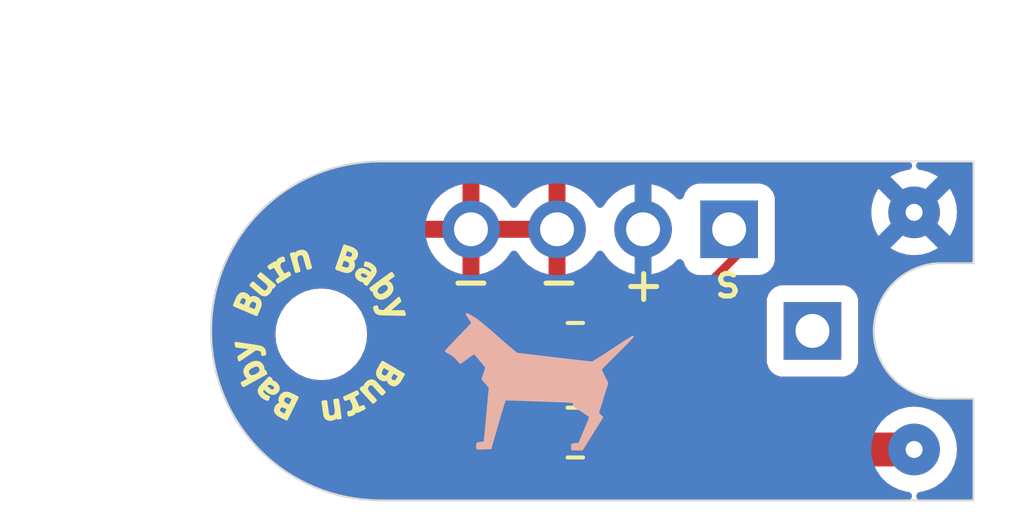
<source format=kicad_pcb>
(kicad_pcb (version 20221018) (generator pcbnew)
  (layers (0 "F.Cu" signal) (31 "B.Cu" signal) (34 "B.Paste" user) (35 "F.Paste" user) (36 "B.SilkS" user "B.Silkscreen") (37 "F.SilkS" user "F.Silkscreen") (38 "B.Mask" user) (39 "F.Mask" user) (44 "Edge.Cuts" user))
  (net 0 "")
  (net 1 "VCC")
  (net 2 "Net-(J1-Pin_2)")
  (net 3 "Net-(J2-Pin_1)")
  (net 4 "GND")
  (net 5 "Net-(Q1-G)")
  (footprint "C_Dog_470:nichrome_coil_7mm" (layer "F.Cu") (at 149 67.5 -90)
    (fp_text reference "J1" hide)
    (fp_text value "nichrome coil")
  )
  (footprint "Resistor_SMD:R_0805_2012Metric_Pad1.20x1.40mm_HandSolder" (layer "F.Cu") (at 140.5 68)
    (fp_text reference "R1" hide)
    (fp_text value "10k")
  )
  (footprint "Package_TO_SOT_SMD:SOT-23" (layer "F.Cu") (at 144.4375 69.55)
    (fp_text reference "Q1" hide)
    (fp_text value "AO3400A")
  )
  (footprint "Connector_PinHeader_2.54mm:PinHeader_1x01_P2.54mm_Vertical" (layer "F.Cu") (at 147.5 67.5)
    (fp_text reference "J3" hide)
    (fp_text value "Conn_01x01_Pin")
  )
  (footprint "Resistor_SMD:R_0805_2012Metric_Pad1.20x1.40mm_HandSolder" (layer "F.Cu") (at 140.5 70.5)
    (fp_text reference "R2" hide)
    (fp_text value "10k")
  )
  (footprint "MountingHole:MountingHole_2.2mm_M2" (layer "F.Cu") (at 133 67.6)
    (fp_text reference "REF**" hide)
    (fp_text value "MountingHole_2.2mm_M2")
  )
  (footprint "Connector_PinHeader_2.54mm:PinHeader_1x04_P2.54mm_Vertical" (layer "F.Cu") (at 145.04 64.5 -90)
    (fp_text reference "J2" hide)
    (fp_text value "Battery and input")
  )
  (gr_poly (pts (xy 137.3 67) (xy 137.304039 67.001117) (xy 137.31686 67.00641) (xy 137.33536 67.015432) (xy 137.358767 67.027765) (xy 137.386306 67.042991) (xy 137.417205 67.060692) (xy 137.450691 67.08045) (xy 137.485991 67.101847) (xy 137.539322 67.136012) (xy 137.595838 67.17544) (xy 137.659155 67.223077) (xy 137.732886 67.28187) (xy 137.820647 67.354765) (xy 137.926053 67.444709) (xy 138.204261 67.687531) (xy 138.314151 67.783768) (xy 138.417877 67.873738) (xy 138.513083 67.955477) (xy 138.597413 68.027022) (xy 138.668509 68.086412) (xy 138.724017 68.131681) (xy 138.76158 68.160868) (xy 138.772895 68.168818) (xy 138.778841 68.17201) (xy 139.898901 68.305841) (xy 140.996015 68.430784) (xy 141.00231 68.428711) (xy 141.014288 68.422813) (xy 141.054048 68.400327) (xy 141.188052 68.318082) (xy 141.378073 68.196594) (xy 141.604155 68.048409) (xy 141.828891 67.900499) (xy 142.015247 67.779903) (xy 142.087971 67.733831) (xy 142.143826 67.699369) (xy 142.180387 67.678111) (xy 142.190675 67.672931) (xy 142.193688 67.67179) (xy 142.19523 67.671649) (xy 142.194314 67.674573) (xy 142.188547 67.682232) (xy 142.16341 67.710774) (xy 142.065379 67.813893) (xy 141.916351 67.965329) (xy 141.731541 68.149406) (xy 141.545537 68.334044) (xy 141.393265 68.487029) (xy 141.33469 68.546665) (xy 141.290442 68.592405) (xy 141.262486 68.622254) (xy 141.255231 68.630596) (xy 141.252786 68.634217) (xy 141.254823 68.640575) (xy 141.260523 68.654244) (xy 141.281327 68.700101) (xy 141.312027 68.764969) (xy 141.349451 68.84203) (xy 141.445762 69.038133) (xy 141.308313 69.484652) (xy 141.170862 69.931123) (xy 141.232764 69.990556) (xy 141.294662 70.049945) (xy 140.998284 70.524498) (xy 140.998385 70.5252) (xy 140.702006 70.999749) (xy 140.554848 70.9998) (xy 140.40769 70.999844) (xy 140.400954 70.928655) (xy 140.399703 70.91442) (xy 140.398918 70.901876) (xy 140.398782 70.890896) (xy 140.399475 70.881355) (xy 140.400189 70.877085) (xy 140.401179 70.873128) (xy 140.402466 70.869467) (xy 140.404074 70.866088) (xy 140.406025 70.862974) (xy 140.408343 70.86011) (xy 140.411048 70.85748) (xy 140.414165 70.855068) (xy 140.417716 70.852859) (xy 140.421724 70.850837) (xy 140.426211 70.848986) (xy 140.431199 70.847291) (xy 140.442772 70.844303) (xy 140.456625 70.84175) (xy 140.472938 70.839503) (xy 140.491892 70.837439) (xy 140.538452 70.833355) (xy 140.613465 70.827416) (xy 140.780153 70.430309) (xy 140.844391 70.275735) (xy 140.89606 70.148341) (xy 140.915527 70.09891) (xy 140.929869 70.061159) (xy 140.938424 70.03672) (xy 140.940325 70.030001) (xy 140.94053 70.02722) (xy 140.919368 70.012608) (xy 140.866413 69.977184) (xy 140.697078 69.865171) (xy 140.622355 69.815773) (xy 140.591691 69.795237) (xy 140.565093 69.77713) (xy 140.54226 69.761192) (xy 140.532162 69.753956) (xy 140.522891 69.747165) (xy 140.514412 69.740786) (xy 140.506687 69.734788) (xy 140.499677 69.729137) (xy 140.493346 69.723801) (xy 140.487655 69.718748) (xy 140.482568 69.713946) (xy 140.478047 69.709362) (xy 140.474054 69.704962) (xy 140.470551 69.700716) (xy 140.467502 69.696591) (xy 140.464868 69.692553) (xy 140.462612 69.688572) (xy 140.460697 69.684613) (xy 140.459085 69.680645) (xy 140.457738 69.676636) (xy 140.456619 69.672552) (xy 140.45569 69.668362) (xy 140.454914 69.664032) (xy 140.45367 69.654827) (xy 140.451428 69.637157) (xy 140.450182 69.629958) (xy 140.448693 69.623735) (xy 140.447821 69.620963) (xy 140.446843 69.618404) (xy 140.445745 69.616046) (xy 140.444512 69.61388) (xy 140.443129 69.611894) (xy 140.441582 69.610078) (xy 140.439855 69.608421) (xy 140.437933 69.606913) (xy 140.435803 69.605543) (xy 140.433447 69.6043) (xy 140.430853 69.603174) (xy 140.428005 69.602154) (xy 140.421487 69.60039) (xy 140.413775 69.598923) (xy 140.40475 69.597668) (xy 140.394292 69.59654) (xy 140.368604 69.594327) (xy 140.004423 69.577873) (xy 139.348437 69.553808) (xy 138.71747 69.533163) (xy 138.428349 69.526971) (xy 138.420741 69.542839) (xy 138.405487 69.585912) (xy 138.355708 69.741815) (xy 138.286348 69.970965) (xy 138.204744 70.249648) (xy 137.998009 70.966146) (xy 137.802233 70.972089) (xy 137.606466 70.978028) (xy 137.599693 70.912782) (xy 137.598284 70.896446) (xy 137.597636 70.88178) (xy 137.597847 70.868691) (xy 137.598305 70.86271) (xy 137.599014 70.857089) (xy 137.599987 70.851816) (xy 137.601236 70.84688) (xy 137.602773 70.84227) (xy 137.604611 70.837975) (xy 137.606761 70.833982) (xy 137.609236 70.830281) (xy 137.612049 70.82686) (xy 137.615211 70.823707) (xy 137.618735 70.820812) (xy 137.622632 70.818162) (xy 137.626916 70.815746) (xy 137.631598 70.813554) (xy 137.636692 70.811572) (xy 137.642208 70.809791) (xy 137.648159 70.808198) (xy 137.654558 70.806782) (xy 137.668747 70.804436) (xy 137.684874 70.802661) (xy 137.703036 70.801366) (xy 137.723331 70.800459) (xy 137.819099 70.796493) (xy 137.82599 70.747042) (xy 137.851046 70.487948) (xy 137.901626 69.934375) (xy 137.970392 69.171088) (xy 137.865771 69.045015) (xy 137.761168 68.919006) (xy 137.816274 68.748082) (xy 137.871394 68.577166) (xy 137.701855 68.370693) (xy 137.66748 68.329181) (xy 137.634795 68.290351) (xy 137.604562 68.255021) (xy 137.577541 68.22401) (xy 137.554494 68.198139) (xy 137.536182 68.178225) (xy 137.529039 68.170758) (xy 137.523366 68.165088) (xy 137.519257 68.161317) (xy 137.516808 68.159548) (xy 137.514229 68.159813) (xy 137.509765 68.161527) (xy 137.495607 68.169014) (xy 137.475188 68.181442) (xy 137.44936 68.198241) (xy 137.418974 68.218845) (xy 137.384884 68.242686) (xy 137.347943 68.269194) (xy 137.309001 68.297804) (xy 137.233693 68.353345) (xy 137.200282 68.377655) (xy 137.170797 68.39887) (xy 137.146062 68.4164) (xy 137.1269 68.429653) (xy 137.114134 68.438038) (xy 137.110407 68.440221) (xy 137.108588 68.440964) (xy 137.10731 68.440469) (xy 137.105182 68.438954) (xy 137.098572 68.433076) (xy 137.089146 68.423744) (xy 137.077296 68.411375) (xy 137.06341 68.396385) (xy 137.04788 68.37919) (xy 137.031094 68.360205) (xy 137.013443 68.339847) (xy 137.001213 68.325819) (xy 136.989265 68.312583) (xy 136.977513 68.30007) (xy 136.965869 68.28821) (xy 136.95425 68.276935) (xy 136.942568 68.266175) (xy 136.930737 68.255864) (xy 136.918673 68.24593) (xy 136.906288 68.236306) (xy 136.893497 68.226923) (xy 136.880214 68.217712) (xy 136.866353 68.208603) (xy 136.851827 68.19953) (xy 136.836552 68.190421) (xy 136.820441 68.181209) (xy 136.803409 68.171825) (xy 136.778664 68.158227) (xy 136.755511 68.145108) (xy 136.734477 68.132783) (xy 136.716087 68.121566) (xy 136.708048 68.116471) (xy 136.700868 68.111771) (xy 136.694611 68.107505) (xy 136.689345 68.103712) (xy 136.685135 68.100432) (xy 136.682046 68.097704) (xy 136.680943 68.096559) (xy 136.680144 68.095567) (xy 136.679659 68.094733) (xy 136.679496 68.094061) (xy 136.687322 68.083534) (xy 136.710111 68.05767) (xy 136.79415 67.966788) (xy 136.91876 67.835128) (xy 137.071087 67.676407) (xy 137.463605 67.269834) (xy 137.373599 67.137526) (xy 137.364508 67.124031) (xy 137.355818 67.110882) (xy 137.347566 67.098143) (xy 137.339791 67.085882) (xy 137.332531 67.074164) (xy 137.325826 67.063054) (xy 137.319712 67.05262) (xy 137.314229 67.042927) (xy 137.309414 67.03404) (xy 137.305307 67.026026) (xy 137.301946 67.018952) (xy 137.299369 67.012882) (xy 137.297615 67.007883) (xy 137.297058 67.005806) (xy 137.296721 67.004021) (xy 137.296609 67.002537) (xy 137.296727 67.001362) (xy 137.297079 67.000504) (xy 137.297671 66.999972)) (stroke (width 0.055351)) (fill solid) (layer "B.SilkS"))
  (gr_poly (pts (xy 135.42537 68.78464) (xy 135.329037 68.949618) (xy 135.322096 68.961201) (xy 135.315067 68.972319) (xy 135.30795 68.982971) (xy 135.300743 68.993157) (xy 135.293449 69.002878) (xy 135.286066 69.012133) (xy 135.278594 69.020922) (xy 135.271035 69.029246) (xy 135.263387 69.037104) (xy 135.25565 69.044496) (xy 135.247826 69.051423) (xy 135.239913 69.057885) (xy 135.231912 69.06388) (xy 135.223822 69.06941) (xy 135.215645 69.074475) (xy 135.207379 69.079073) (xy 135.199109 69.083174) (xy 135.190708 69.086622) (xy 135.182175 69.089417) (xy 135.173511 69.091559) (xy 135.164715 69.093048) (xy 135.155787 69.093884) (xy 135.146728 69.094067) (xy 135.137537 69.093598) (xy 135.128215 69.092475) (xy 135.11876 69.0907) (xy 135.109175 69.088272) (xy 135.099457 69.085191) (xy 135.089608 69.081457) (xy 135.079627 69.077071) (xy 135.069514 69.072032) (xy 135.059269 69.06634) (xy 135.051918 69.061894) (xy 135.044901 69.057338) (xy 135.038219 69.052672) (xy 135.031871 69.047895) (xy 135.025858 69.043007) (xy 135.020179 69.038009) (xy 135.014835 69.0329) (xy 135.009826 69.02768) (xy 135.005152 69.022349) (xy 135.000812 69.016908) (xy 134.996806 69.011357) (xy 134.993136 69.005694) (xy 134.9898 68.999921) (xy 134.986799 68.994037) (xy 134.984132 68.988042) (xy 134.981801 68.981936) (xy 134.979788 68.975746) (xy 134.978079 68.9695) (xy 134.976673 68.963197) (xy 134.97557 68.956837) (xy 134.974771 68.950421) (xy 134.974275 68.943947) (xy 134.974083 68.937417) (xy 134.974193 68.93083) (xy 134.974607 68.924187) (xy 134.975324 68.917486) (xy 134.976344 68.910728) (xy 134.977667 68.903914) (xy 134.979293 68.897042) (xy 134.979974 68.894596) (xy 135.034501 68.894596) (xy 135.034611 68.900237) (xy 135.035078 68.905699) (xy 135.035901 68.910983) (xy 135.037169 68.916188) (xy 135.038757 68.921292) (xy 135.040665 68.926295) (xy 135.042893 68.931197) (xy 135.045442 68.935997) (xy 135.04831 68.940697) (xy 135.051499 68.945295) (xy 135.055008 68.949792) (xy 135.058837 68.954188) (xy 135.062986 68.958482) (xy 135.067455 68.962675) (xy 135.072245 68.966767) (xy 135.077354 68.970757) (xy 135.082784 68.974646) (xy 135.088535 68.978433) (xy 135.094605 68.982119) (xy 135.100895 68.985641) (xy 135.107093 68.988794) (xy 135.113201 68.991578) (xy 135.119218 68.993992) (xy 135.125144 68.996038) (xy 135.130979 68.997714) (xy 135.136723 68.999022) (xy 135.142377 68.99996) (xy 135.14794 69.00053) (xy 135.153412 69.00073) (xy 135.158793 69.000561) (xy 135.164083 69.000023) (xy 135.169283 68.999116) (xy 135.174392 68.99784) (xy 135.17941 68.996195) (xy 135.184338 68.994181) (xy 135.189172 68.991877) (xy 135.194038 68.989132) (xy 135.198936 68.985947) (xy 135.203866 68.982322) (xy 135.208827 68.978256) (xy 135.213821 68.97375) (xy 135.218847 68.968804) (xy 135.223905 68.963417) (xy 135.228995 68.95759) (xy 135.234116 68.951323) (xy 135.239271 68.944615) (xy 135.244457 68.937466) (xy 135.249675 68.929877) (xy 135.254925 68.921848) (xy 135.260208 68.913378) (xy 135.265523 68.904467) (xy 135.315693 68.818545) (xy 135.123215 68.706164) (xy 135.065518 68.804995) (xy 135.060993 68.812961) (xy 135.056824 68.820747) (xy 135.053012 68.828355) (xy 135.049556 68.835784) (xy 135.046457 68.843034) (xy 135.043715 68.850105) (xy 135.041329 68.856997) (xy 135.0393 68.863711) (xy 135.037627 68.870245) (xy 135.03631 68.876601) (xy 135.035351 68.882778) (xy 135.034748 68.888776) (xy 135.034501 68.894596) (xy 134.979974 68.894596) (xy 134.981222 68.890114) (xy 134.983454 68.883128) (xy 134.985989 68.876086) (xy 134.981717 68.873583) (xy 134.978372 68.8775) (xy 134.974986 68.88132) (xy 134.971557 68.885043) (xy 134.968085 68.88867) (xy 134.964571 68.892199) (xy 134.961015 68.895631) (xy 134.957416 68.898967) (xy 134.953774 68.902206) (xy 134.95009 68.905348) (xy 134.946363 68.908393) (xy 134.942594 68.911341) (xy 134.938782 68.914193) (xy 134.934927 68.916948) (xy 134.93103 68.919606) (xy 134.92709 68.922167) (xy 134.923108 68.924632) (xy 134.919015 68.927075) (xy 134.914869 68.929363) (xy 134.910672 68.931493) (xy 134.906422 68.933468) (xy 134.902119 68.935285) (xy 134.897765 68.936947) (xy 134.893357 68.938451) (xy 134.888897 68.9398) (xy 134.884385 68.940991) (xy 134.87982 68.942026) (xy 134.875202 68.942905) (xy 134.870532 68.943627) (xy 134.865809 68.944192) (xy 134.861033 68.944601) (xy 134.856204 68.944853) (xy 134.851323 68.944949) (xy 134.846382 68.944853) (xy 134.841372 68.944537) (xy 134.836293 68.944) (xy 134.831145 68.943243) (xy 134.825928 68.942266) (xy 134.820641 68.941068) (xy 134.815285 68.939649) (xy 134.80986 68.938011) (xy 134.804366 68.936151) (xy 134.798802 68.934071) (xy 134.793169 68.93177) (xy 134.787467 68.929249) (xy 134.781696 68.926507) (xy 134.775855 68.923544) (xy 134.769945 68.920361) (xy 134.763966 68.916956) (xy 134.753807 68.910751) (xy 134.744169 68.904301) (xy 134.735051 68.897606) (xy 134.726455 68.890667) (xy 134.71838 68.883482) (xy 134.710827 68.876052) (xy 134.703794 68.868377) (xy 134.697282 68.860458) (xy 134.691292 68.852293) (xy 134.685823 68.843884) (xy 134.680875 68.83523) (xy 134.676448 68.826331) (xy 134.672542 68.817187) (xy 134.669158 68.807798) (xy 134.666294 68.798165) (xy 134.663952 68.788287) (xy 134.662144 68.778241) (xy 134.660881 68.76811) (xy 134.660163 68.757892) (xy 134.659991 68.747588) (xy 134.660336 68.73797) (xy 134.743146 68.73797) (xy 134.743371 68.744524) (xy 134.744044 68.750862) (xy 134.745167 68.756987) (xy 134.746739 68.762896) (xy 134.748671 68.768629) (xy 134.750873 68.774222) (xy 134.753346 68.779676) (xy 134.756089 68.784991) (xy 134.759102 68.790167) (xy 134.762386 68.795204) (xy 134.76594 68.800101) (xy 134.769765 68.80486) (xy 134.77386 68.809478) (xy 134.778225 68.813958) (xy 134.782861 68.818298) (xy 134.787768 68.822499) (xy 134.792944 68.82656) (xy 134.798392 68.830482) (xy 134.804109 68.834265) (xy 134.810097 68.837908) (xy 134.816316 68.841381) (xy 134.822511 68.844525) (xy 134.828682 68.84734) (xy 134.834828 68.849825) (xy 134.840951 68.851981) (xy 134.847049 68.853808) (xy 134.853123 68.855306) (xy 134.859173 68.856475) (xy 134.865199 68.857315) (xy 134.871201 68.857827) (xy 134.877179 68.858009) (xy 134.883133 68.857863) (xy 134.889064 68.857388) (xy 134.89497 68.856584) (xy 134.900853 68.855452) (xy 134.906712 68.853991) (xy 134.912593 68.85228) (xy 134.918455 68.850063) (xy 134.924298 68.847339) (xy 134.930122 68.844109) (xy 134.935926 68.840372) (xy 134.941711 68.83613) (xy 134.947477 68.83138) (xy 134.953223 68.826125) (xy 134.958949 68.820362) (xy 134.964656 68.814094) (xy 134.970344 68.807319) (xy 134.976012 68.800038) (xy 134.98166 68.79225) (xy 134.987288 68.783956) (xy 134.992897 68.775155) (xy 134.998486 68.765849) (xy 135.056183 68.667033) (xy 134.836201 68.538599) (xy 134.775509 68.64258) (xy 134.77034 68.651711) (xy 134.765621 68.660627) (xy 134.761351 68.669328) (xy 134.757531 68.677814) (xy 134.75416 68.686085) (xy 134.751238 68.694142) (xy 134.748766 68.701984) (xy 134.746743 68.70961) (xy 134.74517 68.717022) (xy 134.744046 68.72422) (xy 134.743372 68.731203) (xy 134.743146 68.73797) (xy 134.660336 68.73797) (xy 134.660364 68.737198) (xy 134.661283 68.726721) (xy 134.662747 68.716157) (xy 134.664756 68.705508) (xy 134.667311 68.694771) (xy 134.670412 68.683948) (xy 134.674058 68.673039) (xy 134.67825 68.662043) (xy 134.682987 68.65096) (xy 134.688269 68.63979) (xy 134.694097 68.628533) (xy 134.700471 68.61719) (xy 134.811833 68.42644)) (stroke (width 0.083049)) (fill solid) (layer "F.SilkS"))
  (gr_poly (pts (xy 130.7 66.4) (xy 130.70982 66.401167) (xy 130.719856 66.402965) (xy 130.730106 66.405393) (xy 130.740572 66.408452) (xy 130.751254 66.412141) (xy 130.76215 66.41646) (xy 130.770014 66.419919) (xy 130.777561 66.423529) (xy 130.78479 66.427293) (xy 130.791702 66.431209) (xy 130.798297 66.435278) (xy 130.804575 66.4395) (xy 130.810535 66.443874) (xy 130.816178 66.448402) (xy 130.821504 66.453082) (xy 130.826512 66.457915) (xy 130.831203 66.462901) (xy 130.835577 66.468039) (xy 130.839633 66.473331) (xy 130.843371 66.478775) (xy 130.846793 66.484372) (xy 130.849896 66.490122) (xy 130.852693 66.495998) (xy 130.855197 66.50197) (xy 130.857408 66.508037) (xy 130.859326 66.5142) (xy 130.86095 66.52046) (xy 130.86228 66.526814) (xy 130.863317 66.533265) (xy 130.864061 66.539812) (xy 130.864511 66.546454) (xy 130.864668 66.553192) (xy 130.864531 66.560025) (xy 130.8641 66.566955) (xy 130.863376 66.57398) (xy 130.862358 66.581101) (xy 130.861046 66.588317) (xy 130.85944 66.595629) (xy 130.864052 66.597567) (xy 130.866864 66.593252) (xy 130.86973 66.589028) (xy 130.87265 66.584893) (xy 130.875624 66.58085) (xy 130.878653 66.576897) (xy 130.881736 66.573034) (xy 130.884873 66.569261) (xy 130.888065 66.565579) (xy 130.891311 66.561987) (xy 130.894611 66.558485) (xy 130.897965 66.555074) (xy 130.901374 66.551753) (xy 130.904837 66.548522) (xy 130.908354 66.545381) (xy 130.911925 66.54233) (xy 130.915551 66.53937) (xy 130.919291 66.536417) (xy 130.923105 66.533613) (xy 130.92699 66.530956) (xy 130.930948 66.528448) (xy 130.934979 66.526089) (xy 130.939082 66.523877) (xy 130.943258 66.521814) (xy 130.947506 66.5199) (xy 130.951826 66.518134) (xy 130.956218 66.516516) (xy 130.960683 66.515047) (xy 130.96522 66.513726) (xy 130.969829 66.512554) (xy 130.97451 66.51153) (xy 130.979264 66.510655) (xy 130.984089 66.509928) (xy 130.989001 66.509381) (xy 130.99401 66.509043) (xy 130.999116 66.508916) (xy 131.004318 66.508998) (xy 131.009619 66.50929) (xy 131.015016 66.509792) (xy 131.02051 66.510504) (xy 131.026102 66.511425) (xy 131.031791 66.512557) (xy 131.037577 66.513898) (xy 131.043461 66.515448) (xy 131.049441 66.517209) (xy 131.055519 66.519179) (xy 131.061695 66.521358) (xy 131.067968 66.523748) (xy 131.074338 66.526347) (xy 131.085214 66.531183) (xy 131.095606 66.536329) (xy 131.105513 66.541786) (xy 131.114935 66.547554) (xy 131.123872 66.553632) (xy 131.132324 66.560021) (xy 131.140291 66.56672) (xy 131.147773 66.57373) (xy 131.15477 66.58105) (xy 131.161282 66.588681) (xy 131.167309 66.596622) (xy 131.172851 66.604874) (xy 131.177907 66.613436) (xy 131.182479 66.622309) (xy 131.186566 66.631492) (xy 131.190167 66.640986) (xy 131.193262 66.650711) (xy 131.195828 66.660594) (xy 131.197864 66.670632) (xy 131.19937 66.680827) (xy 131.200346 66.691178) (xy 131.200792 66.701686) (xy 131.200708 66.712351) (xy 131.200095 66.723172) (xy 131.198952 66.734149) (xy 131.197279 66.745283) (xy 131.195077 66.756573) (xy 131.192344 66.76802) (xy 131.189082 66.779623) (xy 131.18529 66.791382) (xy 131.180969 66.803298) (xy 131.176117 66.815371) (xy 131.090355 67.018923) (xy 130.59895 66.811983) (xy 130.816861 66.811983) (xy 131.051636 66.910807) (xy 131.098378 66.799899) (xy 131.102322 66.790175) (xy 131.105847 66.780723) (xy 131.108955 66.771542) (xy 131.111645 66.762632) (xy 131.113916 66.753994) (xy 131.11577 66.745626) (xy 131.117206 66.73753) (xy 131.118223 66.729705) (xy 131.118823 66.722151) (xy 131.119005 66.714869) (xy 131.118769 66.707857) (xy 131.118115 66.701117) (xy 131.117043 66.694648) (xy 131.115554 66.68845) (xy 131.113646 66.682523) (xy 131.111321 66.676867) (xy 131.108663 66.671433) (xy 131.105755 66.666172) (xy 131.102597 66.661085) (xy 131.099188 66.65617) (xy 131.09553 66.651429) (xy 131.091621 66.64686) (xy 131.087461 66.642465) (xy 131.083052 66.638242) (xy 131.078393 66.634193) (xy 131.073483 66.630316) (xy 131.068323 66.626613) (xy 131.062914 66.623082) (xy 131.057254 66.619725) (xy 131.051344 66.61654) (xy 131.045183 66.613528) (xy 131.038773 66.61069) (xy 131.032157 66.608056) (xy 131.025607 66.605744) (xy 131.019123 66.603756) (xy 131.012706 66.602089) (xy 131.006355 66.600746) (xy 131.000071 66.599725) (xy 130.993854 66.599026) (xy 130.987703 66.59865) (xy 130.981619 66.598597) (xy 130.975602 66.598866) (xy 130.969651 66.599458) (xy 130.963767 66.600373) (xy 130.95795 66.60161) (xy 130.9522 66.603169) (xy 130.946516 66.605052) (xy 130.940899 66.607256) (xy 130.938083 66.608423) (xy 130.935288 66.609715) (xy 130.932515 66.611131) (xy 130.929762 66.612673) (xy 130.927031 66.614339) (xy 130.924321 66.61613) (xy 130.918964 66.620087) (xy 130.913692 66.624543) (xy 130.908505 66.629499) (xy 130.903403 66.634955) (xy 130.898386 66.64091) (xy 130.893453 66.647364) (xy 130.888605 66.654319) (xy 130.883843 66.661772) (xy 130.879165 66.669726) (xy 130.874572 66.678179) (xy 130.870063 66.687132) (xy 130.86564 66.696585) (xy 130.861302 66.706538) (xy 130.816861 66.811983) (xy 130.59895 66.811983) (xy 130.435589 66.743189) (xy 130.45574 66.695353) (xy 130.539937 66.695353) (xy 130.745347 66.781847) (xy 130.789776 66.676417) (xy 130.793234 66.667933) (xy 130.796361 66.659672) (xy 130.799157 66.651634) (xy 130.801622 66.64382) (xy 130.803757 66.636229) (xy 130.805562 66.628862) (xy 130.807035 66.621718) (xy 130.808178 66.614797) (xy 130.80899 66.6081) (xy 130.809472 66.601626) (xy 130.809623 66.595376) (xy 130.809443 66.589349) (xy 130.808932 66.583546) (xy 130.808091 66.577966) (xy 130.806919 66.57261) (xy 130.805417 66.567477) (xy 130.803485 66.562479) (xy 130.801249 66.557624) (xy 130.798708 66.55291) (xy 130.795864 66.548338) (xy 130.792715 66.543908) (xy 130.789262 66.539619) (xy 130.785504 66.535473) (xy 130.781442 66.531468) (xy 130.777076 66.527605) (xy 130.772406 66.523884) (xy 130.767431 66.520304) (xy 130.762153 66.516867) (xy 130.75657 66.513571) (xy 130.750683 66.510417) (xy 130.744491 66.507405) (xy 130.737996 66.504534) (xy 130.731303 66.501859) (xy 130.724747 66.499537) (xy 130.71833 66.497569) (xy 130.71205 66.495955) (xy 130.705909 66.494695) (xy 130.699905 66.493789) (xy 130.694039 66.493236) (xy 130.688311 66.493038) (xy 130.682721 66.493193) (xy 130.677269 66.493702) (xy 130.671954 66.494564) (xy 130.666778 66.49578) (xy 130.661739 66.497351) (xy 130.656838 66.499274) (xy 130.652075 66.501552) (xy 130.64745 66.504183) (xy 130.6452 66.505584) (xy 130.642956 66.507094) (xy 130.638488 66.510446) (xy 130.634044 66.514239) (xy 130.629626 66.518473) (xy 130.625233 66.523147) (xy 130.620865 66.528262) (xy 130.616522 66.533818) (xy 130.612205 66.539815) (xy 130.607912 66.546253) (xy 130.603645 66.553132) (xy 130.599404 66.560451) (xy 130.595187 66.568212) (xy 130.590996 66.576413) (xy 130.586831 66.585055) (xy 130.58269 66.594139) (xy 130.578576 66.603663) (xy 130.539937 66.695353) (xy 130.45574 66.695353) (xy 130.509755 66.567126) (xy 130.515142 66.554744) (xy 130.520677 66.542811) (xy 130.526358 66.531329) (xy 130.532187 66.520297) (xy 130.538164 66.509714) (xy 130.544287 66.499582) (xy 130.550559 66.489899) (xy 130.556977 66.480667) (xy 130.563543 66.471884) (xy 130.570256 66.463551) (xy 130.577116 66.455669) (xy 130.584124 66.448236) (xy 130.591279 66.441254) (xy 130.598582 66.434721) (xy 130.606032 66.428639) (xy 130.613629 66.423006) (xy 130.621298 66.417869) (xy 130.629182 66.413361) (xy 130.637282 66.409484) (xy 130.645596 66.406238) (xy 130.654125 66.403622) (xy 130.66287 66.401637) (xy 130.67183 66.400282) (xy 130.681005 66.399557) (xy 130.690395 66.399464)) (stroke (width 0.083049)) (fill solid) (layer "F.SilkS"))
  (gr_poly (pts (xy 131.116955 67.959368) (xy 131.130392 67.961473) (xy 131.143459 67.963783) (xy 131.156156 67.966296) (xy 131.168483 67.969015) (xy 131.180442 67.971937) (xy 131.19203 67.975063) (xy 131.20325 67.978394) (xy 131.2141 67.981928) (xy 131.219468 67.98367) (xy 131.224721 67.985547) (xy 131.229859 67.987557) (xy 131.234883 67.989702) (xy 131.239792 67.991981) (xy 131.244585 67.994394) (xy 131.249264 67.996942) (xy 131.253829 67.999624) (xy 131.258278 68.00244) (xy 131.262613 68.005391) (xy 131.266832 68.008476) (xy 131.270937 68.011695) (xy 131.274928 68.01505) (xy 131.278803 68.018538) (xy 131.282564 68.022161) (xy 131.28621 68.025919) (xy 131.289707 68.029733) (xy 131.293073 68.033757) (xy 131.296307 68.03799) (xy 131.299411 68.042432) (xy 131.302383 68.047084) (xy 131.305224 68.051945) (xy 131.307934 68.057017) (xy 131.310513 68.062297) (xy 131.31296 68.067788) (xy 131.315276 68.073488) (xy 131.31746 68.079397) (xy 131.319514 68.085517) (xy 131.321435 68.091846) (xy 131.323226 68.098385) (xy 131.324885 68.105134) (xy 131.326413 68.112093) (xy 131.326412 68.112095) (xy 131.326411 68.112096) (xy 131.326409 68.112097) (xy 131.326408 68.112098) (xy 131.326407 68.112099) (xy 131.326406 68.1121) (xy 131.326404 68.112101) (xy 131.326403 68.112102) (xy 131.3264 68.112104) (xy 131.326397 68.112105) (xy 131.326395 68.112107) (xy 131.326392 68.112108) (xy 131.326381 68.112112) (xy 131.326378 68.112113) (xy 131.326375 68.112114) (xy 131.326373 68.112115) (xy 131.326371 68.112116) (xy 131.327333 68.116983) (xy 131.328197 68.121837) (xy 131.328963 68.126679) (xy 131.32963 68.13151) (xy 131.330199 68.13633) (xy 131.33067 68.141138) (xy 131.331043 68.145935) (xy 131.331318 68.150721) (xy 131.332118 68.15988) (xy 131.33243 68.164243) (xy 131.332683 68.168462) (xy 131.332877 68.172536) (xy 131.333013 68.176465) (xy 131.333088 68.180248) (xy 131.333104 68.183886) (xy 131.265873 68.19781) (xy 131.26559 68.191519) (xy 131.265204 68.184742) (xy 131.264716 68.177476) (xy 131.264126 68.169718) (xy 131.263716 68.165492) (xy 131.263255 68.161311) (xy 131.262743 68.157174) (xy 131.262179 68.153082) (xy 131.261565 68.149035) (xy 131.260899 68.145031) (xy 131.260181 68.141072) (xy 131.259411 68.137156) (xy 131.258179 68.131651) (xy 131.256805 68.126342) (xy 131.255289 68.121229) (xy 131.253632 68.116313) (xy 131.251832 68.111593) (xy 131.249891 68.107069) (xy 131.247808 68.102742) (xy 131.245584 68.09861) (xy 131.243217 68.094675) (xy 131.240708 68.090936) (xy 131.238057 68.087393) (xy 131.235265 68.084046) (xy 131.23233 68.080895) (xy 131.229253 68.07794) (xy 131.226033 68.075182) (xy 131.222672 68.072619) (xy 131.219256 68.070172) (xy 131.215627 68.067808) (xy 131.211785 68.065528) (xy 131.20773 68.063332) (xy 131.203462 68.061219) (xy 131.198981 68.05919) (xy 131.194287 68.057244) (xy 131.18938 68.055382) (xy 131.184261 68.053604) (xy 131.178928 68.051908) (xy 131.173383 68.050297) (xy 131.167625 68.048769) (xy 131.161654 68.047324) (xy 131.15547 68.045963) (xy 131.149073 68.044685) (xy 131.142464 68.04349) (xy 131.065487 68.029971) (xy 130.583779 68.358378) (xy 130.56601 68.272631) (xy 130.847104 68.084345) (xy 130.854107 68.079609) (xy 130.861331 68.074858) (xy 130.868774 68.070094) (xy 130.876437 68.065316) (xy 130.884319 68.060524) (xy 130.892421 68.055719) (xy 130.900743 68.0509) (xy 130.909283 68.046069) (xy 130.926335 68.036117) (xy 130.943101 68.026608) (xy 130.95958 68.017543) (xy 130.975773 68.008921) (xy 130.975209 68.006007) (xy 130.956061 68.004317) (xy 130.936887 68.002508) (xy 130.917686 68.000577) (xy 130.898457 67.998522) (xy 130.860819 67.994636) (xy 130.826794 67.991007) (xy 130.499661 67.952067) (xy 130.481091 67.862429)) (stroke (width 0.083049)) (fill solid) (layer "F.SilkS"))
  (gr_poly (pts (xy 135.124306 65.86957) (xy 134.976834 65.978075) (xy 134.965631 65.986245) (xy 134.954452 65.99424) (xy 134.943296 66.002061) (xy 134.932164 66.009707) (xy 134.926714 66.013661) (xy 134.921183 66.017558) (xy 134.915573 66.021397) (xy 134.909883 66.025179) (xy 134.904113 66.028904) (xy 134.898264 66.032572) (xy 134.892335 66.036183) (xy 134.886326 66.039736) (xy 134.888707 66.042948) (xy 134.893479 66.04277) (xy 134.898289 66.042748) (xy 134.903136 66.042882) (xy 134.908022 66.043171) (xy 134.912944 66.043617) (xy 134.917904 66.044218) (xy 134.922902 66.044976) (xy 134.927937 66.045889) (xy 134.93301 66.046959) (xy 134.93812 66.048184) (xy 134.943268 66.049565) (xy 134.948453 66.051102) (xy 134.953676 66.052795) (xy 134.958937 66.054644) (xy 134.964235 66.056649) (xy 134.969571 66.05881) (xy 134.974896 66.061169) (xy 134.980167 66.063771) (xy 134.985385 66.066615) (xy 134.99055 66.069701) (xy 134.995662 66.073029) (xy 135.00072 66.076599) (xy 135.005725 66.080411) (xy 135.010676 66.084465) (xy 135.015574 66.088761) (xy 135.020418 66.093299) (xy 135.025209 66.098079) (xy 135.029946 66.1031) (xy 135.03463 66.108364) (xy 135.03926 66.113869) (xy 135.043837 66.119616) (xy 135.048359 66.125605) (xy 135.055205 66.135366) (xy 135.061437 66.145212) (xy 135.067056 66.155142) (xy 135.07206 66.165156) (xy 135.076451 66.175254) (xy 135.080229 66.185438) (xy 135.083393 66.195705) (xy 135.085943 66.206057) (xy 135.087879 66.216493) (xy 135.089202 66.227014) (xy 135.089912 66.237619) (xy 135.090008 66.248309) (xy 135.08949 66.259082) (xy 135.088359 66.269941) (xy 135.086614 66.280883) (xy 135.084256 66.291911) (xy 135.081319 66.303048) (xy 135.077685 66.314118) (xy 135.073356 66.325121) (xy 135.068331 66.336058) (xy 135.06261 66.346927) (xy 135.056193 66.357729) (xy 135.04908 66.368464) (xy 135.041271 66.379133) (xy 135.032766 66.389734) (xy 135.023564 66.400268) (xy 135.013667 66.410736) (xy 135.003074 66.421136) (xy 134.991784 66.43147) (xy 134.979799 66.441736) (xy 134.967117 66.451936) (xy 134.95374 66.462069) (xy 134.939986 66.471898) (xy 134.926376 66.481043) (xy 134.912909 66.489504) (xy 134.899585 66.497281) (xy 134.886404 66.504373) (xy 134.873366 66.510782) (xy 134.860472 66.516506) (xy 134.84772 66.521547) (xy 134.835112 66.525903) (xy 134.822647 66.529575) (xy 134.810324 66.532562) (xy 134.798145 66.534865) (xy 134.786109 66.536484) (xy 134.774216 66.537418) (xy 134.762466 66.537668) (xy 134.750859 66.537234) (xy 134.73956 66.536109) (xy 134.728533 66.534436) (xy 134.717778 66.532215) (xy 134.707296 66.529446) (xy 134.697087 66.526129) (xy 134.68715 66.522265) (xy 134.677485 66.517852) (xy 134.668093 66.512892) (xy 134.658973 66.507384) (xy 134.650126 66.501328) (xy 134.641551 66.494724) (xy 134.633249 66.487572) (xy 134.625219 66.479872) (xy 134.617462 66.471625) (xy 134.609977 66.462829) (xy 134.602765 66.453486) (xy 134.602742 66.453532) (xy 134.598507 66.447624) (xy 134.594498 66.441723) (xy 134.590717 66.43583) (xy 134.587163 66.429942) (xy 134.583836 66.424062) (xy 134.580736 66.418188) (xy 134.577862 66.412321) (xy 134.575216 66.406461) (xy 134.572796 66.400608) (xy 134.570603 66.394761) (xy 134.568637 66.388921) (xy 134.566898 66.383087) (xy 134.565385 66.37726) (xy 134.564099 66.37144) (xy 134.56304 66.365627) (xy 134.562207 66.35982) (xy 134.561363 66.348415) (xy 134.561124 66.342825) (xy 134.561008 66.337308) (xy 134.561013 66.331865) (xy 134.561141 66.326497) (xy 134.561391 66.321203) (xy 134.561763 66.315983) (xy 134.561863 66.314945) (xy 134.621908 66.314945) (xy 134.622041 66.322424) (xy 134.62268 66.329897) (xy 134.623826 66.337364) (xy 134.625478 66.344824) (xy 134.627637 66.352278) (xy 134.630302 66.359725) (xy 134.633474 66.367166) (xy 134.637153 66.374601) (xy 134.641337 66.38203) (xy 134.646029 66.389452) (xy 134.651227 66.396868) (xy 134.656684 66.403937) (xy 134.662294 66.410517) (xy 134.668056 66.41661) (xy 134.67397 66.422214) (xy 134.680037 66.42733) (xy 134.686255 66.431957) (xy 134.692626 66.436096) (xy 134.699149 66.439747) (xy 134.705824 66.44291) (xy 134.712651 66.445584) (xy 134.716122 66.446738) (xy 134.71963 66.44777) (xy 134.726762 66.449467) (xy 134.734046 66.450676) (xy 134.741481 66.451397) (xy 134.74907 66.451629) (xy 134.75681 66.451373) (xy 134.764694 66.450657) (xy 134.772716 66.449512) (xy 134.780876 66.447938) (xy 134.789174 66.445935) (xy 134.797609 66.443502) (xy 134.806182 66.44064) (xy 134.814892 66.437348) (xy 134.82374 66.433627) (xy 134.832726 66.429476) (xy 134.841849 66.424895) (xy 134.85111 66.419886) (xy 134.860509 66.414446) (xy 134.870045 66.408577) (xy 134.879719 66.402278) (xy 134.88953 66.39555) (xy 134.899479 66.388392) (xy 134.909078 66.381165) (xy 134.918238 66.373933) (xy 134.92696 66.366695) (xy 134.935243 66.359451) (xy 134.943089 66.352202) (xy 134.950495 66.344948) (xy 134.957464 66.337687) (xy 134.963994 66.330422) (xy 134.970085 66.323151) (xy 134.975738 66.315874) (xy 134.980953 66.308592) (xy 134.985729 66.301304) (xy 134.990066 66.29401) (xy 134.993965 66.286711) (xy 134.997425 66.279407) (xy 135.000447 66.272097) (xy 135.002994 66.264781) (xy 135.005024 66.257459) (xy 135.006538 66.250131) (xy 135.007536 66.242797) (xy 135.008017 66.235456) (xy 135.007982 66.22811) (xy 135.007431 66.220757) (xy 135.006363 66.213397) (xy 135.00478 66.206032) (xy 135.00268 66.19866) (xy 135.000063 66.191281) (xy 134.996931 66.183896) (xy 134.993283 66.176505) (xy 134.989118 66.169107) (xy 134.984438 66.161703) (xy 134.979241 66.154292) (xy 134.97406 66.147598) (xy 134.968689 66.141343) (xy 134.96313 66.135526) (xy 134.957382 66.130148) (xy 134.951445 66.125207) (xy 134.945319 66.120705) (xy 134.939004 66.116641) (xy 134.9325 66.113015) (xy 134.925808 66.109827) (xy 134.918926 66.107078) (xy 134.911856 66.104767) (xy 134.904596 66.102894) (xy 134.897148 66.10146) (xy 134.889511 66.100464) (xy 134.881684 66.099906) (xy 134.873669 66.099787) (xy 134.865677 66.100133) (xy 134.857573 66.100917) (xy 134.849359 66.102141) (xy 134.841032 66.103804) (xy 134.832595 66.105906) (xy 134.824046 66.108447) (xy 134.815385 66.111427) (xy 134.806614 66.114846) (xy 134.797731 66.118704) (xy 134.788736 66.123001) (xy 134.779631 66.127737) (xy 134.770414 66.132911) (xy 134.761086 66.138525) (xy 134.751646 66.144578) (xy 134.742096 66.151069) (xy 134.732434 66.157999) (xy 134.722544 66.165446) (xy 134.71311 66.172896) (xy 134.704131 66.180347) (xy 134.695608 66.187802) (xy 134.687539 66.195258) (xy 134.679927 66.202717) (xy 134.672769 66.210179) (xy 134.666067 66.217643) (xy 134.659821 66.22511) (xy 134.654029 66.232579) (xy 134.648694 66.240051) (xy 134.643813 66.247526) (xy 134.639388 66.255004) (xy 134.635419 66.262484) (xy 134.631904 66.269967) (xy 134.628846 66.277453) (xy 134.626445 66.284964) (xy 134.624551 66.292469) (xy 134.623163 66.299967) (xy 134.622282 66.307459) (xy 134.621908 66.314945) (xy 134.561863 66.314945) (xy 134.562257 66.310838) (xy 134.562874 66.305766) (xy 134.563612 66.300769) (xy 134.564472 66.295846) (xy 134.565454 66.290997) (xy 134.566557 66.286222) (xy 134.567783 66.281522) (xy 134.56913 66.276896) (xy 134.565587 66.272036) (xy 134.506367 66.305727) (xy 134.46391 66.248026) (xy 135.07301 65.799853)) (stroke (width 0.083049)) (fill solid) (layer "F.SilkS"))
  (gr_poly (pts (xy 131.98231 69.334942) (xy 131.992947 69.335717) (xy 132.003706 69.337031) (xy 132.014586 69.338884) (xy 132.025588 69.341276) (xy 132.036712 69.344207) (xy 132.047957 69.347677) (xy 132.059324 69.351685) (xy 132.070813 69.356233) (xy 132.082423 69.36132) (xy 132.094155 69.366946) (xy 132.291745 69.465716) (xy 131.974141 70.101229) (xy 131.80325 70.015826) (xy 131.791241 70.009646) (xy 131.779692 70.003348) (xy 131.768601 69.996933) (xy 131.757969 69.9904) (xy 131.747796 69.983749) (xy 131.738081 69.976981) (xy 131.728825 69.970095) (xy 131.720028 69.963091) (xy 131.71169 69.95597) (xy 131.70381 69.948731) (xy 131.696389 69.941375) (xy 131.689427 69.9339) (xy 131.682923 69.926308) (xy 131.676877 69.918599) (xy 131.67129 69.910772) (xy 131.666161 69.902827) (xy 131.661531 69.894842) (xy 131.657544 69.886683) (xy 131.654199 69.878351) (xy 131.651498 69.869845) (xy 131.649439 69.861164) (xy 131.648024 69.85231) (xy 131.647252 69.843282) (xy 131.647183 69.838425) (xy 131.740693 69.838425) (xy 131.740848 69.8439) (xy 131.741365 69.849259) (xy 131.742244 69.854504) (xy 131.743484 69.859635) (xy 131.745087 69.864651) (xy 131.747052 69.869552) (xy 131.749379 69.874339) (xy 131.751992 69.879012) (xy 131.755047 69.883689) (xy 131.758543 69.88837) (xy 131.762481 69.893054) (xy 131.76686 69.897741) (xy 131.771681 69.902432) (xy 131.776943 69.907126) (xy 131.782647 69.911824) (xy 131.788793 69.916525) (xy 131.79538 69.921229) (xy 131.802408 69.925937) (xy 131.809878 69.930648) (xy 131.81779 69.935362) (xy 131.826143 69.94008) (xy 131.834938 69.944802) (xy 131.844174 69.949526) (xy 131.933194 69.99399) (xy 132.032837 69.794619) (xy 131.930462 69.743464) (xy 131.922219 69.739467) (xy 131.914177 69.735815) (xy 131.906338 69.732506) (xy 131.898699 69.729541) (xy 131.891263 69.72692) (xy 131.884028 69.724643) (xy 131.876995 69.72271) (xy 131.870163 69.721121) (xy 131.863534 69.719876) (xy 131.857106 69.718975) (xy 131.850879 69.718419) (xy 131.844855 69.718206) (xy 131.839032 69.718338) (xy 131.833411 69.718813) (xy 131.827991 69.719633) (xy 131.822774 69.720797) (xy 131.81766 69.7224) (xy 131.812669 69.724315) (xy 131.8078 69.726544) (xy 131.803052 69.729085) (xy 131.798427 69.73194) (xy 131.793923 69.735107) (xy 131.789542 69.738588) (xy 131.785282 69.742381) (xy 131.781144 69.746488) (xy 131.777129 69.750908) (xy 131.773235 69.75564) (xy 131.769462 69.760686) (xy 131.765812 69.766044) (xy 131.762284 69.771716) (xy 131.758877 69.777701) (xy 131.755593 69.783999) (xy 131.752489 69.790505) (xy 131.749747 69.796896) (xy 131.747367 69.803173) (xy 131.74535 69.809335) (xy 131.743694 69.815382) (xy 131.742401 69.821315) (xy 131.741469 69.827133) (xy 131.7409 69.832837) (xy 131.740693 69.838425) (xy 131.647183 69.838425) (xy 131.647122 69.83408) (xy 131.647636 69.824704) (xy 131.648793 69.815154) (xy 131.650593 69.80543) (xy 131.653036 69.795532) (xy 131.656122 69.78546) (xy 131.659851 69.775213) (xy 131.664224 69.764793) (xy 131.66924 69.754198) (xy 131.673199 69.746574) (xy 131.677291 69.739276) (xy 131.681515 69.732305) (xy 131.685871 69.725661) (xy 131.690359 69.719344) (xy 131.694979 69.713353) (xy 131.699731 69.707689) (xy 131.704615 69.702351) (xy 131.709631 69.69734) (xy 131.714779 69.692656) (xy 131.720059 69.688299) (xy 131.72547 69.684268) (xy 131.731014 69.680564) (xy 131.73669 69.677187) (xy 131.742497 69.674136) (xy 131.748437 69.671412) (xy 131.754483 69.669002) (xy 131.760606 69.666891) (xy 131.766806 69.665079) (xy 131.773081 69.663566) (xy 131.779432 69.662351) (xy 131.78586 69.661436) (xy 131.792364 69.660819) (xy 131.798945 69.660501) (xy 131.805601 69.660482) (xy 131.812334 69.660762) (xy 131.819143 69.661341) (xy 131.826029 69.662218) (xy 131.832991 69.663395) (xy 131.84003 69.664871) (xy 131.847145 69.666645) (xy 131.854336 69.668719) (xy 131.855458 69.666476) (xy 131.856572 69.664233) (xy 131.852447 69.66115) (xy 131.848416 69.658018) (xy 131.844479 69.654838) (xy 131.840636 69.651609) (xy 131.836886 69.648331) (xy 131.83323 69.645005) (xy 131.829668 69.64163) (xy 131.8262 69.638206) (xy 131.822826 69.634734) (xy 131.819545 69.631213) (xy 131.816358 69.627644) (xy 131.813265 69.624026) (xy 131.810266 69.62036) (xy 131.80736 69.616646) (xy 131.804549 69.612883) (xy 131.801831 69.609072) (xy 131.799126 69.605147) (xy 131.796573 69.601159) (xy 131.794174 69.597109) (xy 131.791928 69.592996) (xy 131.789834 69.588821) (xy 131.787894 69.584583) (xy 131.786106 69.580282) (xy 131.784472 69.57592) (xy 131.78299 69.571494) (xy 131.781662 69.567006) (xy 131.780486 69.562456) (xy 131.779464 69.557843) (xy 131.778595 69.553168) (xy 131.778567 69.552983) (xy 131.865104 69.552983) (xy 131.865311 69.558961) (xy 131.865845 69.564893) (xy 131.866706 69.570781) (xy 131.867894 69.576624) (xy 131.869409 69.582422) (xy 131.871251 69.588175) (xy 131.872232 69.591061) (xy 131.87334 69.593934) (xy 131.874574 69.596794) (xy 131.875934 69.599641) (xy 131.879031 69.605295) (xy 131.882632 69.610897) (xy 131.886738 69.616447) (xy 131.891347 69.621945) (xy 131.89646 69.62739) (xy 131.902078 69.632783) (xy 131.908199 69.638124) (xy 131.914824 69.643413) (xy 131.921953 69.648649) (xy 131.929586 69.653832) (xy 131.937723 69.658964) (xy 131.946364 69.664043) (xy 131.955508 69.66907) (xy 131.965157 69.674044) (xy 132.067509 69.725222) (xy 132.181386 69.497363) (xy 132.073685 69.443514) (xy 132.064238 69.438953) (xy 132.055033 69.434827) (xy 132.046073 69.431134) (xy 132.037356 69.427876) (xy 132.028882 69.425051) (xy 132.020652 69.422661) (xy 132.012666 69.420705) (xy 132.004924 69.419182) (xy 131.997425 69.418094) (xy 131.99017 69.417439) (xy 131.983159 69.417219) (xy 131.976392 69.417432) (xy 131.969869 69.41808) (xy 131.96359 69.419161) (xy 131.957555 69.420676) (xy 131.951764 69.422625) (xy 131.946167 69.424926) (xy 131.940728 69.427487) (xy 131.935445 69.430309) (xy 131.930319 69.433392) (xy 131.925349 69.436736) (xy 131.920536 69.440341) (xy 131.91588 69.444206) (xy 131.91138 69.448332) (xy 131.907037 69.452719) (xy 131.902851 69.457367) (xy 131.898821 69.462275) (xy 131.894947 69.467444) (xy 131.89123 69.472873) (xy 131.887669 69.478563) (xy 131.884264 69.484514) (xy 131.881016 69.490725) (xy 131.877954 69.497154) (xy 131.875218 69.503538) (xy 131.87281 69.509876) (xy 131.870728 69.51617) (xy 131.868973 69.522418) (xy 131.867546 69.528621) (xy 131.866445 69.534779) (xy 131.865671 69.540892) (xy 131.865224 69.54696) (xy 131.865104 69.552983) (xy 131.778567 69.552983) (xy 131.777878 69.54843) (xy 131.777315 69.54363) (xy 131.776906 69.538767) (xy 131.776679 69.53383) (xy 131.776667 69.52881) (xy 131.776872 69.523707) (xy 131.777292 69.51852) (xy 131.777927 69.513249) (xy 131.778778 69.507895) (xy 131.779845 69.502458) (xy 131.781127 69.496937) (xy 131.782624 69.491333) (xy 131.784337 69.485645) (xy 131.786265 69.479874) (xy 131.788409 69.474019) (xy 131.790768 69.46808) (xy 131.793343 69.462058) (xy 131.796133 69.455952) (xy 131.799138 69.449763) (xy 131.804674 69.439226) (xy 131.810488 69.429192) (xy 131.816579 69.419662) (xy 131.822949 69.410636) (xy 131.829596 69.402113) (xy 131.83652 69.394094) (xy 131.843723 69.386578) (xy 131.851203 69.379567) (xy 131.858961 69.373059) (xy 131.866997 69.367054) (xy 131.87531 69.361554) (xy 131.883901 69.356557) (xy 131.89277 69.352064) (xy 131.901917 69.348075) (xy 131.911342 69.34459) (xy 131.921044 69.341608) (xy 131.93095 69.33915) (xy 131.940979 69.33723) (xy 131.951129 69.33585) (xy 131.961401 69.335008) (xy 131.971794 69.334705)) (stroke (width 0.083049)) (fill solid) (layer "F.SilkS"))
  (gr_poly (pts (xy 131.523984 68.936663) (xy 131.480153 68.996645) (xy 131.481589 68.998033) (xy 131.483029 68.999415) (xy 131.489581 68.998578) (xy 131.496075 68.997912) (xy 131.502513 68.997419) (xy 131.508893 68.997096) (xy 131.515216 68.996945) (xy 131.521481 68.996966) (xy 131.52769 68.997158) (xy 131.533842 68.997522) (xy 131.539936 68.998057) (xy 131.545973 68.998764) (xy 131.551953 68.999643) (xy 131.557877 69.000693) (xy 131.563742 69.001914) (xy 131.569551 69.003308) (xy 131.575303 69.004873) (xy 131.580998 69.006609) (xy 131.586651 69.008535) (xy 131.592281 69.010664) (xy 131.597888 69.012998) (xy 131.603471 69.015534) (xy 131.609031 69.018275) (xy 131.614568 69.021219) (xy 131.620082 69.024367) (xy 131.625572 69.027718) (xy 131.631039 69.031273) (xy 131.636482 69.035032) (xy 131.641902 69.038994) (xy 131.647299 69.04316) (xy 131.652672 69.04753) (xy 131.658022 69.052104) (xy 131.663349 69.056881) (xy 131.668652 69.061861) (xy 131.66866 69.061861) (xy 131.675555 69.068698) (xy 131.682072 69.075591) (xy 131.688211 69.082542) (xy 131.693972 69.089549) (xy 131.699355 69.096613) (xy 131.704359 69.103735) (xy 131.708986 69.110914) (xy 131.713235 69.118149) (xy 131.717105 69.125442) (xy 131.720598 69.132792) (xy 131.723712 69.140198) (xy 131.726448 69.147662) (xy 131.728806 69.155183) (xy 131.730785 69.162761) (xy 131.732386 69.170396) (xy 131.733609 69.178088) (xy 131.734311 69.185705) (xy 131.734529 69.193288) (xy 131.734263 69.200837) (xy 131.733511 69.208351) (xy 131.732276 69.215831) (xy 131.730555 69.223277) (xy 131.72835 69.230688) (xy 131.72566 69.238065) (xy 131.722486 69.245408) (xy 131.718827 69.252716) (xy 131.714683 69.259989) (xy 131.710055 69.267228) (xy 131.704942 69.274433) (xy 131.699345 69.281603) (xy 131.693263 69.288739) (xy 131.686696 69.29584) (xy 131.679142 69.303353) (xy 131.671477 69.310285) (xy 131.663703 69.316637) (xy 131.655818 69.322407) (xy 131.647823 69.327598) (xy 131.639717 69.332207) (xy 131.631501 69.336236) (xy 131.623174 69.339684) (xy 131.614737 69.342551) (xy 131.60619 69.344838) (xy 131.597532 69.346545) (xy 131.588764 69.347671) (xy 131.579885 69.348216) (xy 131.570896 69.348181) (xy 131.561796 69.347565) (xy 131.552586 69.346369) (xy 131.543183 69.344537) (xy 131.533687 69.342184) (xy 131.524098 69.33931) (xy 131.514417 69.335916) (xy 131.504643 69.332002) (xy 131.494776 69.327566) (xy 131.484817 69.322611) (xy 131.474765 69.317134) (xy 131.46462 69.311137) (xy 131.454382 69.30462) (xy 131.444052 69.297581) (xy 131.433629 69.290022) (xy 131.423112 69.281943) (xy 131.412504 69.273343) (xy 131.401802 69.264222) (xy 131.391007 69.25458) (xy 131.306431 69.177447) (xy 131.291226 69.193217) (xy 131.285245 69.199641) (xy 131.279714 69.206001) (xy 131.274633 69.212297) (xy 131.270001 69.21853) (xy 131.265819 69.224698) (xy 131.262086 69.230803) (xy 131.258803 69.236844) (xy 131.25597 69.242821) (xy 131.253586 69.248734) (xy 131.251652 69.254584) (xy 131.250167 69.260369) (xy 131.249132 69.266091) (xy 131.248547 69.271749) (xy 131.248412 69.277343) (xy 131.248726 69.282874) (xy 131.249489 69.28834) (xy 131.250533 69.293856) (xy 131.251862 69.299356) (xy 131.253476 69.304838) (xy 131.255377 69.310304) (xy 131.257563 69.315753) (xy 131.260034 69.321186) (xy 131.262792 69.326601) (xy 131.265835 69.332) (xy 131.269164 69.337382) (xy 131.272778 69.342748) (xy 131.276678 69.348097) (xy 131.280864 69.353429) (xy 131.285336 69.358744) (xy 131.290093 69.364043) (xy 131.295136 69.369325) (xy 131.300465 69.37459) (xy 131.304342 69.378255) (xy 131.308255 69.381837) (xy 131.312204 69.385335) (xy 131.31619 69.38875) (xy 131.320213 69.392081) (xy 131.324273 69.395329) (xy 131.328369 69.398494) (xy 131.332502 69.401575) (xy 131.336672 69.404574) (xy 131.340878 69.407488) (xy 131.345121 69.41032) (xy 131.349402 69.413068) (xy 131.353718 69.415733) (xy 131.358072 69.418315) (xy 131.362463 69.420813) (xy 131.36689 69.423228) (xy 131.375831 69.427835) (xy 131.384877 69.432153) (xy 131.394028 69.436182) (xy 131.403283 69.439922) (xy 131.412643 69.443373) (xy 131.422108 69.446536) (xy 131.431677 69.449411) (xy 131.44135 69.451998) (xy 131.416752 69.522181) (xy 131.406621 69.518908) (xy 131.396419 69.515347) (xy 131.386147 69.5115) (xy 131.375804 69.507366) (xy 131.365392 69.502944) (xy 131.354908 69.498235) (xy 131.344354 69.493239) (xy 131.333729 69.487955) (xy 131.328305 69.485087) (xy 131.322878 69.482065) (xy 131.317448 69.478888) (xy 131.312015 69.475557) (xy 131.306579 69.472072) (xy 131.30114 69.468432) (xy 131.295699 69.464638) (xy 131.290255 69.46069) (xy 131.284807 69.456587) (xy 131.279357 69.45233) (xy 131.273904 69.447919) (xy 131.268448 69.443354) (xy 131.257527 69.433759) (xy 131.246594 69.423548) (xy 131.237792 69.414842) (xy 131.229501 69.406132) (xy 131.221721 69.397417) (xy 131.214452 69.388697) (xy 131.207695 69.379972) (xy 131.201448 69.371242) (xy 131.195712 69.362507) (xy 131.190488 69.353768) (xy 131.185775 69.345024) (xy 131.181573 69.336274) (xy 131.177883 69.32752) (xy 131.174704 69.318762) (xy 131.172036 69.309998) (xy 131.16988 69.30123) (xy 131.168236 69.292457) (xy 131.167103 69.283678) (xy 131.16634 69.274909) (xy 131.16616 69.266149) (xy 131.166563 69.2574) (xy 131.167548 69.248661) (xy 131.169115 69.239932) (xy 131.171266 69.231214) (xy 131.173999 69.222505) (xy 131.177315 69.213807) (xy 131.181213 69.20512) (xy 131.185695 69.196442) (xy 131.190759 69.187775) (xy 131.196405 69.179118) (xy 131.202635 69.170472) (xy 131.209447 69.161836) (xy 131.216842 69.15321) (xy 131.22482 69.144595) (xy 131.237371 69.131533) (xy 131.350548 69.131533) (xy 131.421494 69.195574) (xy 131.430276 69.20336) (xy 131.438884 69.210709) (xy 131.447318 69.217622) (xy 131.455579 69.224098) (xy 131.463667 69.230139) (xy 131.47158 69.235743) (xy 131.47932 69.24091) (xy 131.486887 69.245641) (xy 131.494279 69.249936) (xy 131.501498 69.253794) (xy 131.508543 69.257216) (xy 131.515414 69.260201) (xy 131.522112 69.26275) (xy 131.528635 69.264863) (xy 131.534985 69.266539) (xy 131.541161 69.267779) (xy 131.547109 69.268545) (xy 131.55295 69.268973) (xy 131.558687 69.269062) (xy 131.564317 69.268813) (xy 131.569842 69.268225) (xy 131.575262 69.267298) (xy 131.580575 69.266033) (xy 131.585783 69.264429) (xy 131.590885 69.262486) (xy 131.595882 69.260204) (xy 131.600772 69.257584) (xy 131.605557 69.254624) (xy 131.610236 69.251326) (xy 131.61481 69.247689) (xy 131.619277 69.243713) (xy 131.623639 69.239397) (xy 131.627453 69.235264) (xy 131.630971 69.231114) (xy 131.634191 69.226948) (xy 131.637114 69.222766) (xy 131.63974 69.218568) (xy 131.642068 69.214354) (xy 131.6441 69.210123) (xy 131.645834 69.205877) (xy 131.647271 69.201614) (xy 131.648411 69.197335) (xy 131.649253 69.19304) (xy 131.649798 69.188728) (xy 131.650046 69.184401) (xy 131.649997 69.180057) (xy 131.64965 69.175697) (xy 131.649006 69.17132) (xy 131.648022 69.167034) (xy 131.646824 69.162756) (xy 131.645411 69.158488) (xy 131.643784 69.15423) (xy 131.641942 69.149982) (xy 131.639886 69.145743) (xy 131.637616 69.141513) (xy 131.635131 69.137293) (xy 131.632433 69.133083) (xy 131.629519 69.128883) (xy 131.626392 69.124692) (xy 131.62305 69.120511) (xy 131.619494 69.116339) (xy 131.615724 69.112178) (xy 131.611739 69.108026) (xy 131.607541 69.103884) (xy 131.607544 69.103884) (xy 131.607545 69.103884) (xy 131.607546 69.103884) (xy 131.607548 69.103884) (xy 131.607549 69.103885) (xy 131.607551 69.103885) (xy 131.607552 69.103885) (xy 131.607554 69.103885) (xy 131.607555 69.103886) (xy 131.607556 69.103887) (xy 131.607558 69.103887) (xy 131.607559 69.103888) (xy 131.60756 69.103889) (xy 131.607561 69.103889) (xy 131.607561 69.10389) (xy 131.607562 69.10389) (xy 131.603505 69.100077) (xy 131.599399 69.09639) (xy 131.595246 69.09283) (xy 131.591047 69.089398) (xy 131.5868 69.086093) (xy 131.582507 69.082916) (xy 131.578167 69.079865) (xy 131.57378 69.076943) (xy 131.569346 69.074148) (xy 131.564864 69.07148) (xy 131.560336 69.06894) (xy 131.555762 69.066528) (xy 131.55114 69.064243) (xy 131.546471 69.062085) (xy 131.541755 69.060056) (xy 131.536992 69.058154) (xy 131.532118 69.056488) (xy 131.527242 69.054993) (xy 131.522364 69.053668) (xy 131.517484 69.052514) (xy 131.512601 69.051531) (xy 131.507716 69.050718) (xy 131.502829 69.050076) (xy 131.49794 69.049604) (xy 131.493048 69.049303) (xy 131.488154 69.049172) (xy 131.483258 69.049211) (xy 131.47836 69.049421) (xy 131.473459 69.049802) (xy 131.468556 69.050353) (xy 131.463652 69.051074) (xy 131.458745 69.051966) (xy 131.453771 69.053143) (xy 131.448835 69.054539) (xy 131.443937 69.056154) (xy 131.439075 69.057988) (xy 131.434251 69.060042) (xy 131.429464 69.062315) (xy 131.424714 69.064807) (xy 131.420002 69.067518) (xy 131.415327 69.070448) (xy 131.410689 69.073597) (xy 131.406089 69.076966) (xy 131.401526 69.080553) (xy 131.397001 69.08436) (xy 131.392512 69.088385) (xy 131.388062 69.09263) (xy 131.383648 69.097094) (xy 131.350548 69.131533) (xy 131.237371 69.131533) (xy 131.472333 68.887026)) (stroke (width 0.083049)) (fill solid) (layer "F.SilkS"))
  (gr_poly (pts (xy 134.492077 68.971911) (xy 134.500228 68.972797) (xy 134.508361 68.974184) (xy 134.516477 68.97607) (xy 134.524575 68.978456) (xy 134.532655 68.981342) (xy 134.540718 68.984727) (xy 134.548763 68.988613) (xy 134.556791 68.992999) (xy 134.564802 68.997884) (xy 134.572795 69.00327) (xy 134.580771 69.009155) (xy 134.58873 69.015541) (xy 134.596671 69.022426) (xy 134.604595 69.029812) (xy 134.612502 69.037698) (xy 134.620392 69.046084) (xy 134.859871 69.308443) (xy 134.793721 69.368822) (xy 134.563641 69.11674) (xy 134.558281 69.111017) (xy 134.552933 69.105609) (xy 134.5476 69.100515) (xy 134.542279 69.095736) (xy 134.536972 69.09127) (xy 134.531678 69.087119) (xy 134.526397 69.083282) (xy 134.52113 69.079759) (xy 134.515875 69.076551) (xy 134.510634 69.073656) (xy 134.505406 69.071076) (xy 134.500191 69.068811) (xy 134.49499 69.066859) (xy 134.489801 69.065222) (xy 134.484625 69.0639) (xy 134.479462 69.062891) (xy 134.474194 69.062316) (xy 134.468881 69.06213) (xy 134.463522 69.062333) (xy 134.458117 69.062924) (xy 134.452667 69.063905) (xy 134.447171 69.065274) (xy 134.44163 69.067032) (xy 134.436044 69.069179) (xy 134.430412 69.071715) (xy 134.424735 69.074639) (xy 134.419012 69.077953) (xy 134.413244 69.081655) (xy 134.407431 69.085746) (xy 134.401573 69.090226) (xy 134.39567 69.095094) (xy 134.389721 69.100352) (xy 134.38238 69.107327) (xy 134.375603 69.114333) (xy 134.369392 69.121371) (xy 134.363745 69.12844) (xy 134.358663 69.13554) (xy 134.354146 69.142671) (xy 134.350194 69.149833) (xy 134.346807 69.157027) (xy 134.343985 69.164251) (xy 134.341728 69.171507) (xy 134.340036 69.178794) (xy 134.338909 69.186112) (xy 134.338346 69.19346) (xy 134.338349 69.20084) (xy 134.338917 69.208251) (xy 134.34005 69.215693) (xy 134.34167 69.223187) (xy 134.343689 69.230749) (xy 134.346106 69.238378) (xy 134.348921 69.246075) (xy 134.352136 69.25384) (xy 134.355749 69.261673) (xy 134.35976 69.269573) (xy 134.364171 69.277542) (xy 134.368979 69.285577) (xy 134.374187 69.293681) (xy 134.379793 69.301852) (xy 134.385797 69.310091) (xy 134.3922 69.318397) (xy 134.399001 69.326771) (xy 134.406201 69.335213) (xy 134.4138 69.343722) (xy 134.598942 69.546557) (xy 134.532799 69.606928) (xy 134.173253 69.213007) (xy 134.226162 69.164706) (xy 134.284016 69.208903) (xy 134.287716 69.205538) (xy 134.286627 69.199091) (xy 134.285761 69.192714) (xy 134.285116 69.186408) (xy 134.284694 69.180172) (xy 134.284495 69.174008) (xy 134.284517 69.167914) (xy 134.284762 69.161891) (xy 134.28523 69.155939) (xy 134.285919 69.150058) (xy 134.286831 69.144248) (xy 134.287966 69.138508) (xy 134.289322 69.13284) (xy 134.290901 69.127242) (xy 134.292702 69.121715) (xy 134.294725 69.116258) (xy 134.296971 69.110873) (xy 134.299412 69.105714) (xy 134.302027 69.100584) (xy 134.304816 69.095485) (xy 134.30778 69.090416) (xy 134.310917 69.085377) (xy 134.314229 69.080367) (xy 134.317715 69.075388) (xy 134.321374 69.070438) (xy 134.325208 69.065518) (xy 134.329216 69.060628) (xy 134.333398 69.055767) (xy 134.337754 69.050936) (xy 134.342285 69.046135) (xy 134.346989 69.041363) (xy 134.351867 69.036621) (xy 134.356919 69.031908) (xy 134.356919 69.031954) (xy 134.365629 69.024251) (xy 134.374305 69.017075) (xy 134.382945 69.010425) (xy 134.39155 69.004302) (xy 134.40012 68.998706) (xy 134.408654 68.993637) (xy 134.417154 68.989094) (xy 134.425618 68.985078) (xy 134.434048 68.981589) (xy 134.442442 68.978626) (xy 134.450802 68.976191) (xy 134.459127 68.974281) (xy 134.467416 68.972899) (xy 134.475672 68.972043) (xy 134.483892 68.971714)) (stroke (width 0.083049)) (fill solid) (layer "F.SilkS"))
  (gr_poly (pts (xy 134.323803 65.492525) (xy 134.334379 65.494732) (xy 134.345063 65.497209) (xy 134.355857 65.499956) (xy 134.366759 65.502972) (xy 134.377771 65.506259) (xy 134.388891 65.509816) (xy 134.40012 65.513644) (xy 134.405874 65.515777) (xy 134.411651 65.518063) (xy 134.417451 65.520501) (xy 134.423274 65.523091) (xy 134.429121 65.525834) (xy 134.43499 65.528729) (xy 134.446799 65.534977) (xy 134.4587 65.541836) (xy 134.470692 65.549304) (xy 134.482777 65.557383) (xy 134.494954 65.566073) (xy 134.504821 65.57355) (xy 134.514183 65.581099) (xy 134.523038 65.58872) (xy 134.531386 65.596412) (xy 134.539229 65.604177) (xy 134.546565 65.612012) (xy 134.553395 65.61992) (xy 134.55972 65.627899) (xy 134.565538 65.635949) (xy 134.57085 65.644071) (xy 134.575656 65.652265) (xy 134.579956 65.660531) (xy 134.58375 65.668868) (xy 134.587039 65.677276) (xy 134.589822 65.685756) (xy 134.592099 65.694308) (xy 134.594005 65.702902) (xy 134.595332 65.711563) (xy 134.596079 65.72029) (xy 134.596247 65.729083) (xy 134.595836 65.737943) (xy 134.594846 65.746868) (xy 134.593276 65.75586) (xy 134.591127 65.764918) (xy 134.588399 65.774042) (xy 134.585092 65.783232) (xy 134.581206 65.792488) (xy 134.57674 65.801811) (xy 134.571695 65.811199) (xy 134.566071 65.820654) (xy 134.559868 65.830175) (xy 134.553086 65.839762) (xy 134.341481 66.127558) (xy 134.283761 66.085123) (xy 134.319401 66.019923) (xy 134.316144 66.017558) (xy 134.309759 66.019246) (xy 134.303409 66.020756) (xy 134.297093 66.022089) (xy 134.290812 66.023245) (xy 134.284564 66.024223) (xy 134.278351 66.025024) (xy 134.272171 66.025647) (xy 134.266026 66.026093) (xy 134.259915 66.026361) (xy 134.253837 66.026452) (xy 134.247794 66.026365) (xy 134.241784 66.0261) (xy 134.235808 66.025657) (xy 134.229866 66.025037) (xy 134.223958 66.02424) (xy 134.218083 66.023264) (xy 134.212225 66.022096) (xy 134.206365 66.020723) (xy 134.2005 66.019145) (xy 134.194632 66.017362) (xy 134.188761 66.015374) (xy 134.182886 66.013181) (xy 134.177008 66.010784) (xy 134.171126 66.008181) (xy 134.165241 66.005373) (xy 134.159352 66.002361) (xy 134.15346 65.999144) (xy 134.147564 65.995721) (xy 134.141664 65.992094) (xy 134.135761 65.988262) (xy 134.129854 65.984225) (xy 134.123944 65.979983) (xy 134.123947 65.97998) (xy 134.123949 65.979978) (xy 134.123952 65.979976) (xy 134.123955 65.979974) (xy 134.123957 65.979972) (xy 134.12396 65.97997) (xy 134.123964 65.979968) (xy 134.123967 65.979966) (xy 134.123969 65.979965) (xy 134.123971 65.979963) (xy 134.123973 65.979961) (xy 134.123976 65.979959) (xy 134.123978 65.979957) (xy 134.12398 65.979955) (xy 134.123982 65.979952) (xy 134.116249 65.97408) (xy 134.108885 65.968101) (xy 134.101887 65.962016) (xy 134.095258 65.955825) (xy 134.088995 65.949528) (xy 134.083101 65.943124) (xy 134.077574 65.936615) (xy 134.072414 65.929999) (xy 134.067622 65.923277) (xy 134.063197 65.916448) (xy 134.059139 65.909514) (xy 134.055448 65.902473) (xy 134.052125 65.895326) (xy 134.049169 65.888073) (xy 134.04658 65.880713) (xy 134.044358 65.873248) (xy 134.042663 65.865787) (xy 134.041454 65.858297) (xy 134.040729 65.850778) (xy 134.040618 65.847286) (xy 134.126064 65.847286) (xy 134.126087 65.851631) (xy 134.126408 65.855952) (xy 134.127025 65.86025) (xy 134.12794 65.864525) (xy 134.129151 65.868777) (xy 134.130689 65.872899) (xy 134.132438 65.876984) (xy 134.134399 65.88103) (xy 134.13657 65.885039) (xy 134.138953 65.88901) (xy 134.141546 65.892943) (xy 134.144351 65.896838) (xy 134.147366 65.900695) (xy 134.150593 65.904515) (xy 134.15403 65.908296) (xy 134.157679 65.91204) (xy 134.161538 65.915746) (xy 134.165608 65.919415) (xy 134.16989 65.923045) (xy 134.174382 65.926638) (xy 134.179085 65.930193) (xy 134.179083 65.930199) (xy 134.179081 65.930204) (xy 134.179079 65.93021) (xy 134.179076 65.930215) (xy 134.179071 65.930225) (xy 134.179066 65.930234) (xy 134.179056 65.930252) (xy 134.179052 65.930261) (xy 134.179047 65.93027) (xy 134.18357 65.933519) (xy 134.188124 65.936636) (xy 134.192707 65.93962) (xy 134.197321 65.942471) (xy 134.201965 65.945189) (xy 134.206639 65.947774) (xy 134.211343 65.950227) (xy 134.216076 65.952547) (xy 134.22084 65.954734) (xy 134.225634 65.956788) (xy 134.230458 65.958709) (xy 134.235312 65.960498) (xy 134.240196 65.962154) (xy 134.24511 65.963678) (xy 134.250054 65.965068) (xy 134.255028 65.966326) (xy 134.260079 65.96734) (xy 134.26511 65.968184) (xy 134.27012 65.968859) (xy 134.275109 65.969364) (xy 134.280079 65.9697) (xy 134.285028 65.969866) (xy 134.289956 65.969862) (xy 134.294865 65.969689) (xy 134.299753 65.969346) (xy 134.304621 65.968833) (xy 134.309468 65.96815) (xy 134.314296 65.967298) (xy 134.319103 65.966276) (xy 134.323891 65.965084) (xy 134.328658 65.963723) (xy 134.333405 65.962191) (xy 134.33818 65.960374) (xy 134.34289 65.958344) (xy 134.347534 65.956101) (xy 134.352113 65.953646) (xy 134.356626 65.950978) (xy 134.361074 65.948097) (xy 134.365456 65.945004) (xy 134.369773 65.941698) (xy 134.374024 65.93818) (xy 134.378209 65.93445) (xy 134.382329 65.930507) (xy 134.386384 65.926352) (xy 134.390372 65.921985) (xy 134.394295 65.917406) (xy 134.398152 65.912614) (xy 134.401944 65.90761) (xy 134.430241 65.869135) (xy 134.351521 65.814959) (xy 134.341795 65.808392) (xy 134.332299 65.802234) (xy 134.323032 65.796486) (xy 134.313994 65.791147) (xy 134.305186 65.786218) (xy 134.296608 65.781698) (xy 134.288258 65.777588) (xy 134.280139 65.773887) (xy 134.272248 65.770596) (xy 134.264587 65.767715) (xy 134.257156 65.765243) (xy 134.249953 65.763181) (xy 134.242981 65.761528) (xy 134.236237 65.760285) (xy 134.229723 65.759452) (xy 134.223439 65.759028) (xy 134.217442 65.759047) (xy 134.211594 65.759389) (xy 134.205895 65.760052) (xy 134.200345 65.761038) (xy 134.194945 65.762345) (xy 134.189694 65.763975) (xy 134.184592 65.765926) (xy 134.179639 65.768199) (xy 134.174836 65.770795) (xy 134.170182 65.773712) (xy 134.165677 65.776951) (xy 134.161321 65.780512) (xy 134.157114 65.784395) (xy 134.153057 65.7886) (xy 134.149149 65.793127) (xy 134.14539 65.797976) (xy 134.14215 65.802574) (xy 134.139206 65.807148) (xy 134.136558 65.8117) (xy 134.134208 65.816229) (xy 134.132154 65.820735) (xy 134.130397 65.825218) (xy 134.128937 65.829678) (xy 134.127773 65.834114) (xy 134.126907 65.838528) (xy 134.126337 65.842919) (xy 134.126064 65.847286) (xy 134.040618 65.847286) (xy 134.040489 65.84323) (xy 134.040734 65.835652) (xy 134.041464 65.828045) (xy 134.042679 65.820408) (xy 134.044378 65.812743) (xy 134.046563 65.805048) (xy 134.049232 65.797323) (xy 134.052387 65.789569) (xy 134.056026 65.781786) (xy 134.06015 65.773974) (xy 134.064759 65.766132) (xy 134.069853 65.758261) (xy 134.075432 65.750361) (xy 134.081935 65.741923) (xy 134.088623 65.734046) (xy 134.095497 65.72673) (xy 134.102556 65.719975) (xy 134.109802 65.713782) (xy 134.117233 65.70815) (xy 134.124849 65.703079) (xy 134.132652 65.698569) (xy 134.14064 65.69462) (xy 134.148814 65.691232) (xy 134.157174 65.688406) (xy 134.165719 65.68614) (xy 134.17445 65.684436) (xy 134.183366 65.683292) (xy 134.192468 65.68271) (xy 134.201756 65.682688) (xy 134.211319 65.683272) (xy 134.221042 65.68436) (xy 134.230924 65.685952) (xy 134.240967 65.688048) (xy 134.25117 65.690648) (xy 134.261533 65.693753) (xy 134.272056 65.697361) (xy 134.282739 65.701474) (xy 134.293582 65.70609) (xy 134.304585 65.711211) (xy 134.315748 65.716835) (xy 134.327072 65.722964) (xy 134.338555 65.729597) (xy 134.350199 65.736734) (xy 134.362003 65.744375) (xy 134.373967 65.75252) (xy 134.467923 65.817904) (xy 134.480862 65.800257) (xy 134.485949 65.793104) (xy 134.490599 65.786073) (xy 134.494811 65.779165) (xy 134.498586 65.772378) (xy 134.501924 65.765714) (xy 134.504824 65.759171) (xy 134.507287 65.752751) (xy 134.509312 65.746454) (xy 134.5109 65.740278) (xy 134.512051 65.734225) (xy 134.512764 65.728294) (xy 134.51304 65.722485) (xy 134.512879 65.716798) (xy 134.51228 65.711234) (xy 134.511244 65.705792) (xy 134.50977 65.700472) (xy 134.508012 65.695142) (xy 134.505972 65.689865) (xy 134.503652 65.684643) (xy 134.501051 65.679474) (xy 134.498169 65.674359) (xy 134.495006 65.669298) (xy 134.491562 65.664291) (xy 134.487837 65.659337) (xy 134.483832 65.654438) (xy 134.479545 65.649593) (xy 134.474978 65.644801) (xy 134.470129 65.640064) (xy 134.465 65.63538) (xy 134.459589 65.63075) (xy 134.453898 65.626175) (xy 134.447926 65.621653) (xy 134.439257 65.615493) (xy 134.430486 65.609681) (xy 134.421612 65.604218) (xy 134.412636 65.599104) (xy 134.403557 65.594339) (xy 134.394376 65.589924) (xy 134.385092 65.585857) (xy 134.375706 65.58214) (xy 134.366235 65.578748) (xy 134.356699 65.575654) (xy 134.347098 65.57286) (xy 134.337432 65.570364) (xy 134.3277 65.568168) (xy 134.317902 65.56627) (xy 134.308038 65.564672) (xy 134.298108 65.563372) (xy 134.313336 65.490588)) (stroke (width 0.083049)) (fill solid) (layer "F.SilkS"))
  (gr_poly (pts (xy 131.62069 66.15581) (xy 131.574555 66.210619) (xy 131.511418 66.174372) (xy 131.508191 66.178149) (xy 131.510116 66.184397) (xy 131.511812 66.190604) (xy 131.513277 66.19677) (xy 131.514513 66.202895) (xy 131.515518 66.208979) (xy 131.516293 66.215023) (xy 131.516839 66.221025) (xy 131.517155 66.226986) (xy 131.517241 66.232907) (xy 131.517097 66.238786) (xy 131.516723 66.244625) (xy 131.51612 66.250422) (xy 131.515287 66.256179) (xy 131.514224 66.261895) (xy 131.512932 66.267569) (xy 131.51141 66.273203) (xy 131.509668 66.278637) (xy 131.50775 66.284065) (xy 131.505654 66.289485) (xy 131.503382 66.294899) (xy 131.500933 66.300307) (xy 131.498307 66.305707) (xy 131.495505 66.311101) (xy 131.492525 66.316488) (xy 131.489369 66.321868) (xy 131.486036 66.327241) (xy 131.482525 66.332607) (xy 131.478838 66.337966) (xy 131.474974 66.343318) (xy 131.470933 66.348663) (xy 131.466714 66.354001) (xy 131.462319 66.359332) (xy 131.462323 66.359393) (xy 131.454694 66.368167) (xy 131.447032 66.376416) (xy 131.439335 66.384137) (xy 131.431605 66.391333) (xy 131.423841 66.398002) (xy 131.416043 66.404144) (xy 131.408211 66.40976) (xy 131.400344 66.414849) (xy 131.392444 66.419411) (xy 131.38451 66.423447) (xy 131.376541 66.426956) (xy 131.368539 66.429939) (xy 131.360502 66.432395) (xy 131.352431 66.434324) (xy 131.344326 66.435726) (xy 131.336186 66.436602) (xy 131.327989 66.436791) (xy 131.319745 66.436481) (xy 131.311452 66.435673) (xy 131.303111 66.434368) (xy 131.294722 66.432564) (xy 131.286285 66.430262) (xy 131.2778 66.427462) (xy 131.269267 66.424163) (xy 131.260685 66.420367) (xy 131.252056 66.416072) (xy 131.243378 66.41128) (xy 131.234653 66.405989) (xy 131.225879 66.400201) (xy 131.217057 66.393914) (xy 131.208187 66.38713) (xy 131.199269 66.379847) (xy 130.92751 66.15108) (xy 130.985188 66.082568) (xy 131.246281 66.302363) (xy 131.252344 66.307336) (xy 131.258353 66.311999) (xy 131.264308 66.316352) (xy 131.270208 66.320395) (xy 131.276054 66.324128) (xy 131.281846 66.32755) (xy 131.287583 66.330663) (xy 131.293266 66.333466) (xy 131.298895 66.335959) (xy 131.30447 66.338142) (xy 131.309991 66.340015) (xy 131.315457 66.341579) (xy 131.320869 66.342833) (xy 131.326227 66.343777) (xy 131.331531 66.344411) (xy 131.336781 66.344736) (xy 131.34208 66.344614) (xy 131.347372 66.3441) (xy 131.352659 66.343196) (xy 131.35794 66.3419) (xy 131.363215 66.340213) (xy 131.368484 66.338135) (xy 131.373747 66.335667) (xy 131.379005 66.332807) (xy 131.384257 66.329556) (xy 131.389503 66.325915) (xy 131.394743 66.321882) (xy 131.399977 66.317458) (xy 131.405206 66.312644) (xy 131.410429 66.307439) (xy 131.415646 66.301842) (xy 131.420857 66.295855) (xy 131.427222 66.287977) (xy 131.433022 66.280143) (xy 131.438259 66.272352) (xy 131.442931 66.264604) (xy 131.447039 66.256899) (xy 131.450582 66.249237) (xy 131.453561 66.241619) (xy 131.455976 66.234044) (xy 131.457826 66.226511) (xy 131.459112 66.219022) (xy 131.459834 66.211576) (xy 131.45999 66.204173) (xy 131.459583 66.196813) (xy 131.45861 66.189496) (xy 131.457073 66.182221) (xy 131.454972 66.17499) (xy 131.452385 66.167773) (xy 131.449393 66.16054) (xy 131.445998 66.153293) (xy 131.442199 66.146031) (xy 131.437996 66.138753) (xy 131.433389 66.131461) (xy 131.428378 66.124154) (xy 131.422963 66.116831) (xy 131.417144 66.109494) (xy 131.410921 66.102141) (xy 131.404293 66.094774) (xy 131.397262 66.087391) (xy 131.389826 66.079994) (xy 131.381986 66.072581) (xy 131.373742 66.065154) (xy 131.365094 66.057711) (xy 131.155003 65.880854) (xy 131.212674 65.812342)) (stroke (width 0.083049)) (fill solid) (layer "F.SilkS"))
  (gr_poly (pts (xy 132.442119 65.145132) (xy 132.450601 65.145944) (xy 132.458938 65.147167) (xy 132.467131 65.148801) (xy 132.475179 65.150846) (xy 132.483082 65.153302) (xy 132.490841 65.156168) (xy 132.498455 65.159446) (xy 132.505925 65.163134) (xy 132.509632 65.165068) (xy 132.513273 65.167125) (xy 132.516847 65.169306) (xy 132.520354 65.171609) (xy 132.523795 65.174036) (xy 132.527169 65.176585) (xy 132.530476 65.179258) (xy 132.533717 65.182054) (xy 132.539998 65.188015) (xy 132.546012 65.194469) (xy 132.551759 65.201415) (xy 132.55724 65.208854) (xy 132.562454 65.216785) (xy 132.567401 65.225209) (xy 132.572081 65.234126) (xy 132.576495 65.243535) (xy 132.580641 65.253436) (xy 132.584521 65.263831) (xy 132.588134 65.274718) (xy 132.591481 65.286097) (xy 132.686272 65.629473) (xy 132.599949 65.6533) (xy 132.5094 65.325274) (xy 132.507083 65.317289) (xy 132.504633 65.309639) (xy 132.502049 65.302324) (xy 132.499332 65.295345) (xy 132.496482 65.2887) (xy 132.493498 65.282391) (xy 132.490381 65.276417) (xy 132.487131 65.270778) (xy 132.483747 65.265474) (xy 132.48023 65.260506) (xy 132.47658 65.255872) (xy 132.472796 65.251574) (xy 132.46888 65.247611) (xy 132.46483 65.243984) (xy 132.460646 65.240691) (xy 132.45633 65.237734) (xy 132.45194 65.234943) (xy 132.447362 65.232462) (xy 132.442595 65.230291) (xy 132.43764 65.228432) (xy 132.432495 65.226883) (xy 132.427162 65.225644) (xy 132.42164 65.224717) (xy 132.415929 65.2241) (xy 132.41003 65.223793) (xy 132.403942 65.223798) (xy 132.397665 65.224113) (xy 132.391199 65.224738) (xy 132.384545 65.225675) (xy 132.377702 65.226922) (xy 132.37067 65.22848) (xy 132.36345 65.230349) (xy 132.353852 65.233208) (xy 132.344721 65.236357) (xy 132.336058 65.239797) (xy 132.327862 65.243527) (xy 132.320132 65.247547) (xy 132.31287 65.251858) (xy 132.306076 65.256459) (xy 132.299748 65.26135) (xy 132.293888 65.266532) (xy 132.288495 65.272004) (xy 132.283569 65.277766) (xy 132.27911 65.283818) (xy 132.275119 65.290161) (xy 132.271595 65.296794) (xy 132.268539 65.303717) (xy 132.26595 65.310931) (xy 132.263886 65.318382) (xy 132.262155 65.32608) (xy 132.260758 65.334024) (xy 132.259694 65.342214) (xy 132.258965 65.350651) (xy 132.258568 65.359334) (xy 132.258506 65.368263) (xy 132.258777 65.377438) (xy 132.259381 65.386859) (xy 132.26032 65.396527) (xy 132.261592 65.406441) (xy 132.263198 65.416601) (xy 132.265138 65.427007) (xy 132.267412 65.43766) (xy 132.27002 65.448559) (xy 132.272961 65.459704) (xy 132.345772 65.723467) (xy 132.259427 65.747271) (xy 132.117508 65.233164) (xy 132.186566 65.214098) (xy 132.21996 65.286425) (xy 132.224782 65.285128) (xy 132.226124 65.278921) (xy 132.227684 65.272855) (xy 132.229459 65.266932) (xy 132.231452 65.261151) (xy 132.23366 65.255512) (xy 132.236086 65.250015) (xy 132.238727 65.244661) (xy 132.241586 65.239448) (xy 132.244661 65.234377) (xy 132.247952 65.229449) (xy 132.251461 65.224662) (xy 132.255185 65.220018) (xy 132.259127 65.215516) (xy 132.263285 65.211155) (xy 132.26766 65.206937) (xy 132.272252 65.20286) (xy 132.277116 65.198766) (xy 132.282139 65.194806) (xy 132.28732 65.19098) (xy 132.292659 65.187287) (xy 132.298157 65.183729) (xy 132.303812 65.180305) (xy 132.309625 65.177015) (xy 132.315597 65.173859) (xy 132.321726 65.170837) (xy 132.328014 65.167948) (xy 132.33446 65.165194) (xy 132.341064 65.162573) (xy 132.347826 65.160087) (xy 132.354746 65.157734) (xy 132.361824 65.155515) (xy 132.369061 65.153429) (xy 132.378699 65.150954) (xy 132.388193 65.14889) (xy 132.397542 65.147236) (xy 132.406746 65.145994) (xy 132.415806 65.145162) (xy 132.424722 65.144741) (xy 132.433493 65.144731)) (stroke (width 0.083049)) (fill solid) (layer "F.SilkS"))
  (gr_poly (pts (xy 133.866681 65.051661) (xy 133.879387 65.056234) (xy 133.891653 65.060983) (xy 133.90348 65.065909) (xy 133.914867 65.071011) (xy 133.925814 65.07629) (xy 133.936322 65.081745) (xy 133.946389 65.087376) (xy 133.956018 65.093184) (xy 133.965206 65.099168) (xy 133.973955 65.105328) (xy 133.982264 65.111665) (xy 133.990134 65.118178) (xy 133.997564 65.124867) (xy 134.004554 65.131732) (xy 134.011105 65.138773) (xy 134.017216 65.145991) (xy 134.02284 65.15331) (xy 134.027848 65.160884) (xy 134.032241 65.168714) (xy 134.036019 65.1768) (xy 134.039181 65.185141) (xy 134.041729 65.193738) (xy 134.043661 65.202591) (xy 134.044978 65.211699) (xy 134.045679 65.221063) (xy 134.045766 65.230683) (xy 134.045236 65.240558) (xy 134.044092 65.250689) (xy 134.042332 65.261076) (xy 134.039957 65.271719) (xy 134.036966 65.282618) (xy 134.03336 65.293772) (xy 134.030418 65.301843) (xy 134.027303 65.309607) (xy 134.024015 65.317064) (xy 134.020554 65.324215) (xy 134.01692 65.331059) (xy 134.013113 65.337596) (xy 134.009133 65.343826) (xy 134.004981 65.34975) (xy 134.000655 65.355367) (xy 133.996156 65.360677) (xy 133.991485 65.36568) (xy 133.98664 65.370377) (xy 133.981623 65.374767) (xy 133.976433 65.37885) (xy 133.97107 65.382626) (xy 133.965535 65.386095) (xy 133.959853 65.389267) (xy 133.954056 65.392151) (xy 133.948144 65.39475) (xy 133.942118 65.397062) (xy 133.935977 65.399087) (xy 133.929721 65.400826) (xy 133.923351 65.402278) (xy 133.916866 65.403444) (xy 133.910267 65.404323) (xy 133.903553 65.404916) (xy 133.896724 65.405222) (xy 133.889782 65.405241) (xy 133.882725 65.404974) (xy 133.875553 65.40442) (xy 133.868267 65.40358) (xy 133.860867 65.402453) (xy 133.859227 65.407183) (xy 133.863717 65.409704) (xy 133.86812 65.412286) (xy 133.872436 65.414928) (xy 133.876665 65.417631) (xy 133.880807 65.420395) (xy 133.884862 65.42322) (xy 133.888831 65.426106) (xy 133.892712 65.429052) (xy 133.896507 65.432059) (xy 133.900214 65.435126) (xy 133.903835 65.438255) (xy 133.907369 65.441443) (xy 133.910816 65.444693) (xy 133.914176 65.448003) (xy 133.917449 65.451374) (xy 133.920636 65.454806) (xy 133.923825 65.458347) (xy 133.926872 65.46197) (xy 133.929774 65.465676) (xy 133.932533 65.469463) (xy 133.935148 65.473332) (xy 133.93762 65.477283) (xy 133.939948 65.481316) (xy 133.942132 65.485431) (xy 133.944173 65.489628) (xy 133.94607 65.493907) (xy 133.947824 65.498268) (xy 133.949435 65.502711) (xy 133.950902 65.507236) (xy 133.952225 65.511843) (xy 133.953405 65.516532) (xy 133.954442 65.521304) (xy 133.955304 65.526168) (xy 133.955964 65.531144) (xy 133.956421 65.53623) (xy 133.956675 65.541428) (xy 133.956726 65.546736) (xy 133.956574 65.552155) (xy 133.956219 65.557684) (xy 133.955661 65.563324) (xy 133.954901 65.569075) (xy 133.953937 65.574937) (xy 133.952771 65.580909) (xy 133.951402 65.586992) (xy 133.94983 65.593185) (xy 133.948056 65.599489) (xy 133.946078 65.605904) (xy 133.943898 65.612429) (xy 133.93977 65.623595) (xy 133.935302 65.634298) (xy 133.930493 65.644537) (xy 133.925345 65.654312) (xy 133.919855 65.663623) (xy 133.914025 65.67247) (xy 133.907855 65.680853) (xy 133.901344 65.688773) (xy 133.894492 65.696228) (xy 133.8873 65.70322) (xy 133.879768 65.709748) (xy 133.871894 65.715812) (xy 133.863681 65.721412) (xy 133.855126 65.726549) (xy 133.846231 65.731221) (xy 133.836995 65.73543) (xy 133.827488 65.739148) (xy 133.817792 65.742347) (xy 133.807905 65.745028) (xy 133.797828 65.74719) (xy 133.787561 65.748834) (xy 133.777104 65.749959) (xy 133.766457 65.750566) (xy 133.755619 65.750655) (xy 133.74459 65.750224) (xy 133.733372 65.749276) (xy 133.721963 65.747808) (xy 133.710363 65.745822) (xy 133.698573 65.743317) (xy 133.686593 65.740294) (xy 133.674422 65.736752) (xy 133.66206 65.732691) (xy 133.453389 65.660296) (xy 133.469225 65.614634) (xy 133.55872 65.614634) (xy 133.672467 65.654131) (xy 133.682423 65.657442) (xy 133.692082 65.660352) (xy 133.701444 65.662863) (xy 133.710508 65.664973) (xy 133.719275 65.666683) (xy 133.727745 65.667993) (xy 133.735917 65.668903) (xy 133.743791 65.669413) (xy 133.751368 65.669523) (xy 133.758648 65.669232) (xy 133.76563 65.668541) (xy 133.772315 65.66745) (xy 133.778702 65.665959) (xy 133.784792 65.664067) (xy 133.790584 65.661775) (xy 133.796078 65.659083) (xy 133.801328 65.656078) (xy 133.806389 65.652835) (xy 133.811262 65.649354) (xy 133.815945 65.645635) (xy 133.82044 65.641677) (xy 133.824746 65.63748) (xy 133.828863 65.633046) (xy 133.832791 65.628373) (xy 133.83653 65.623461) (xy 133.840081 65.618311) (xy 133.843442 65.612923) (xy 133.846615 65.607297) (xy 133.849599 65.601432) (xy 133.852395 65.595329) (xy 133.855001 65.588987) (xy 133.857419 65.582407) (xy 133.859623 65.575636) (xy 133.861509 65.568952) (xy 133.863077 65.562354) (xy 133.864327 65.555844) (xy 133.865258 65.549421) (xy 133.865872 65.543085) (xy 133.866168 65.536836) (xy 133.866146 65.530674) (xy 133.865805 65.5246) (xy 133.865147 65.518612) (xy 133.864171 65.512711) (xy 133.862876 65.506898) (xy 133.861264 65.501171) (xy 133.859334 65.495532) (xy 133.857086 65.48998) (xy 133.854519 65.484515) (xy 133.853173 65.48178) (xy 133.851704 65.479074) (xy 133.850111 65.476398) (xy 133.848395 65.473751) (xy 133.846555 65.471133) (xy 133.844593 65.468544) (xy 133.842507 65.465985) (xy 133.840297 65.463455) (xy 133.837965 65.460954) (xy 133.835509 65.458482) (xy 133.830227 65.453627) (xy 133.824453 65.448888) (xy 133.818185 65.444267) (xy 133.811424 65.439762) (xy 133.80417 65.435375) (xy 133.796423 65.431104) (xy 133.788182 65.426951) (xy 133.779449 65.422915) (xy 133.770223 65.418996) (xy 133.760503 65.415194) (xy 133.75029 65.411509) (xy 133.642193 65.37398) (xy 133.55872 65.614634) (xy 133.469225 65.614634) (xy 133.578094 65.300723) (xy 133.667603 65.300723) (xy 133.775731 65.338183) (xy 133.784423 65.341078) (xy 133.792871 65.343659) (xy 133.801074 65.345925) (xy 133.809032 65.347876) (xy 133.816745 65.349513) (xy 133.824214 65.350835) (xy 133.831438 65.351842) (xy 133.838418 65.352535) (xy 133.845152 65.352913) (xy 133.851643 65.352976) (xy 133.857888 65.352725) (xy 133.86389 65.352159) (xy 133.869646 65.351279) (xy 133.875158 65.350084) (xy 133.880426 65.348575) (xy 133.885449 65.346751) (xy 133.890311 65.344499) (xy 133.895012 65.341953) (xy 133.899552 65.339113) (xy 133.90393 65.335979) (xy 133.908148 65.33255) (xy 133.912204 65.328826) (xy 133.9161 65.324808) (xy 133.919834 65.320496) (xy 133.923407 65.315889) (xy 133.926819 65.310988) (xy 133.93007 65.305792) (xy 133.93316 65.300301) (xy 133.936088 65.294516) (xy 133.938855 65.288436) (xy 133.941461 65.282062) (xy 133.943905 65.275393) (xy 133.946143 65.268542) (xy 133.948036 65.261852) (xy 133.949584 65.255322) (xy 133.950788 65.248952) (xy 133.951648 65.242742) (xy 133.952163 65.236693) (xy 133.952333 65.230804) (xy 133.95216 65.225075) (xy 133.951642 65.219507) (xy 133.95078 65.214099) (xy 133.949574 65.208852) (xy 133.948024 65.203765) (xy 133.946129 65.198839) (xy 133.943891 65.194073) (xy 133.941308 65.189468) (xy 133.938382 65.185023) (xy 133.935186 65.180726) (xy 133.931552 65.176484) (xy 133.92748 65.172294) (xy 133.922969 65.168159) (xy 133.918021 65.164076) (xy 133.912634 65.160048) (xy 133.906809 65.156073) (xy 133.900546 65.152151) (xy 133.893844 65.148284) (xy 133.886704 65.14447) (xy 133.879126 65.140709) (xy 133.87111 65.137003) (xy 133.862655 65.13335) (xy 133.853762 65.12975) (xy 133.84443 65.126205) (xy 133.83466 65.122713) (xy 133.740643 65.090144) (xy 133.667603 65.300723) (xy 133.578094 65.300723) (xy 133.686177 64.989077)) (stroke (width 0.083049)) (fill solid) (layer "F.SilkS"))
  (gr_poly (pts (xy 131.096629 68.424244) (xy 131.108311 68.425523) (xy 131.119763 68.427462) (xy 131.130822 68.430045) (xy 131.141539 68.433136) (xy 131.151914 68.436735) (xy 131.161948 68.440841) (xy 131.17164 68.445456) (xy 131.180991 68.450579) (xy 131.19 68.45621) (xy 131.198668 68.462348) (xy 131.206995 68.468995) (xy 131.21498 68.476149) (xy 131.222624 68.483812) (xy 131.229927 68.491982) (xy 131.236888 68.50066) (xy 131.243509 68.509846) (xy 131.249788 68.51954) (xy 131.255726 68.529742) (xy 131.255738 68.529711) (xy 131.25917 68.536119) (xy 131.262378 68.542491) (xy 131.265361 68.548826) (xy 131.268121 68.555126) (xy 131.270656 68.561389) (xy 131.272967 68.567616) (xy 131.275054 68.573807) (xy 131.276917 68.579962) (xy 131.278556 68.586081) (xy 131.279971 68.592164) (xy 131.281162 68.59821) (xy 131.282129 68.604221) (xy 131.282872 68.610195) (xy 131.283391 68.616133) (xy 131.283686 68.622035) (xy 131.283757 68.627901) (xy 131.28349 68.633653) (xy 131.283112 68.639316) (xy 131.282622 68.64489) (xy 131.282022 68.650374) (xy 131.281309 68.65577) (xy 131.280485 68.661076) (xy 131.27955 68.666292) (xy 131.278503 68.67142) (xy 131.277345 68.676457) (xy 131.276076 68.681406) (xy 131.274695 68.686265) (xy 131.273202 68.691034) (xy 131.271598 68.695714) (xy 131.269883 68.700304) (xy 131.268056 68.704805) (xy 131.266118 68.709216) (xy 131.268986 68.714449) (xy 131.332074 68.688738) (xy 131.366677 68.751475) (xy 130.704518 69.116717) (xy 130.662701 69.040903) (xy 130.823018 68.952479) (xy 130.835188 68.945838) (xy 130.847313 68.939364) (xy 130.859391 68.933055) (xy 130.871422 68.926913) (xy 130.87734 68.923704) (xy 130.88333 68.920562) (xy 130.889394 68.917485) (xy 130.89553 68.914476) (xy 130.901738 68.911533) (xy 130.908019 68.908658) (xy 130.914372 68.905849) (xy 130.920796 68.903109) (xy 130.918835 68.899645) (xy 130.914082 68.899199) (xy 130.909311 68.898594) (xy 130.904522 68.89783) (xy 130.899717 68.896907) (xy 130.894895 68.895824) (xy 130.890055 68.894583) (xy 130.885199 68.893181) (xy 130.880325 68.891621) (xy 130.875435 68.889901) (xy 130.870528 68.888022) (xy 130.865604 68.885984) (xy 130.860664 68.883786) (xy 130.855707 68.881429) (xy 130.850733 68.878912) (xy 130.845743 68.876236) (xy 130.840737 68.8734) (xy 130.835761 68.870371) (xy 130.83087 68.867109) (xy 130.826064 68.863613) (xy 130.821343 68.859884) (xy 130.816706 68.855922) (xy 130.812154 68.851727) (xy 130.807687 68.847298) (xy 130.803304 68.842636) (xy 130.799006 68.837741) (xy 130.794793 68.832613) (xy 130.790665 68.82725) (xy 130.786621 68.821655) (xy 130.782661 68.815826) (xy 130.778786 68.809764) (xy 130.774996 68.803468) (xy 130.77129 68.796938) (xy 130.765774 68.786373) (xy 130.760877 68.775804) (xy 130.756598 68.76523) (xy 130.752939 68.754651) (xy 130.749899 68.744069) (xy 130.747477 68.733482) (xy 130.745675 68.72289) (xy 130.744492 68.712295) (xy 130.744261 68.707963) (xy 130.824266 68.707963) (xy 130.824369 68.715399) (xy 130.824983 68.722909) (xy 130.826106 68.730491) (xy 130.82774 68.738147) (xy 130.829884 68.745875) (xy 130.832539 68.753677) (xy 130.835703 68.761552) (xy 130.839378 68.7695) (xy 130.843564 68.777522) (xy 130.847831 68.784831) (xy 130.852342 68.79173) (xy 130.857098 68.79822) (xy 130.862099 68.804299) (xy 130.867343 68.809969) (xy 130.872832 68.815228) (xy 130.878566 68.820078) (xy 130.884543 68.824518) (xy 130.890766 68.828547) (xy 130.897232 68.832167) (xy 130.903942 68.835377) (xy 130.910897 68.838177) (xy 130.918096 68.840567) (xy 130.92554 68.842547) (xy 130.933227 68.844118) (xy 130.941159 68.845278) (xy 130.949131 68.845973) (xy 130.957271 68.846248) (xy 130.965577 68.846101) (xy 130.974051 68.845534) (xy 130.982691 68.844546) (xy 130.991498 68.843138) (xy 131.000472 68.841308) (xy 131.009614 68.839058) (xy 131.018923 68.836387) (xy 131.028399 68.833296) (xy 131.038042 68.829783) (xy 131.047853 68.82585) (xy 131.057832 68.821497) (xy 131.067978 68.816722) (xy 131.078291 68.811527) (xy 131.088772 68.80591) (xy 131.099545 68.799811) (xy 131.109867 68.793651) (xy 131.119738 68.787428) (xy 131.129157 68.781144) (xy 131.138125 68.774798) (xy 131.146642 68.768391) (xy 131.154708 68.761921) (xy 131.162323 68.755391) (xy 131.169487 68.748798) (xy 131.176199 68.742144) (xy 131.18246 68.735428) (xy 131.18827 68.72865) (xy 131.193629 68.721811) (xy 131.198536 68.71491) (xy 131.202992 68.707947) (xy 131.206997 68.700922) (xy 131.210354 68.693787) (xy 131.213206 68.686593) (xy 131.215556 68.679338) (xy 131.217402 68.672025) (xy 131.218745 68.664651) (xy 131.219585 68.657218) (xy 131.219922 68.649726) (xy 131.219755 68.642174) (xy 131.219085 68.634563) (xy 131.217912 68.626892) (xy 131.216236 68.619161) (xy 131.214056 68.611371) (xy 131.211374 68.603521) (xy 131.208188 68.595612) (xy 131.204499 68.587643) (xy 131.200306 68.579615) (xy 131.195813 68.571896) (xy 131.191106 68.564642) (xy 131.186184 68.557852) (xy 131.181048 68.551527) (xy 131.175697 68.545666) (xy 131.170132 68.54027) (xy 131.164353 68.535338) (xy 131.15836 68.530871) (xy 131.152153 68.526868) (xy 131.145731 68.52333) (xy 131.139095 68.520256) (xy 131.132245 68.517647) (xy 131.125181 68.515503) (xy 131.117902 68.513824) (xy 131.11041 68.512609) (xy 131.102704 68.511858) (xy 131.094793 68.511543) (xy 131.086689 68.511636) (xy 131.078394 68.512137) (xy 131.069906 68.513045) (xy 131.061226 68.514362) (xy 131.052354 68.516086) (xy 131.043289 68.518219) (xy 131.034032 68.520759) (xy 131.024583 68.523707) (xy 131.014942 68.527063) (xy 131.005108 68.530826) (xy 130.995082 68.534997) (xy 130.984863 68.539576) (xy 130.974452 68.544562) (xy 130.963849 68.549956) (xy 130.953053 68.555758) (xy 130.942597 68.561677) (xy 130.932575 68.567658) (xy 130.922987 68.573702) (xy 130.913834 68.579808) (xy 130.905114 68.585976) (xy 130.896828 68.592207) (xy 130.888977 68.5985) (xy 130.881559 68.604855) (xy 130.874575 68.611273) (xy 130.868025 68.617753) (xy 130.861909 68.624295) (xy 130.856226 68.630901) (xy 130.850978 68.637568) (xy 130.846163 68.644298) (xy 130.841782 68.651091) (xy 130.837834 68.657946) (xy 130.834365 68.664873) (xy 130.831406 68.671873) (xy 130.828957 68.678945) (xy 130.827019 68.68609) (xy 130.825591 68.693308) (xy 130.824674 68.700599) (xy 130.824266 68.707963) (xy 130.744261 68.707963) (xy 130.743927 68.701695) (xy 130.743982 68.691091) (xy 130.744656 68.680483) (xy 130.745948 68.669871) (xy 130.74786 68.659255) (xy 130.750391 68.648635) (xy 130.753541 68.638011) (xy 130.757309 68.627383) (xy 130.761669 68.616721) (xy 130.76671 68.606216) (xy 130.772433 68.595868) (xy 130.778837 68.585677) (xy 130.785923 68.575644) (xy 130.79369 68.565767) (xy 130.802138 68.556047) (xy 130.811268 68.546483) (xy 130.821079 68.537077) (xy 130.831572 68.527828) (xy 130.842746 68.518736) (xy 130.854601 68.5098) (xy 130.867138 68.501021) (xy 130.880356 68.492399) (xy 130.894256 68.483935) (xy 130.908837 68.475626) (xy 130.923751 68.467667) (xy 130.938435 68.460367) (xy 130.952887 68.453727) (xy 130.967109 68.447747) (xy 130.9811 68.442427) (xy 130.99486 68.437767) (xy 131.008389 68.433767) (xy 131.021687 68.430427) (xy 131.034755 68.427747) (xy 131.047591 68.425726) (xy 131.060197 68.424366) (xy 131.072572 68.423666) (xy 131.084716 68.423625)) (stroke (width 0.083049)) (fill solid) (layer "F.SilkS"))
  (gr_poly (pts (xy 135.319829 66.618899) (xy 135.065556 66.842074) (xy 135.059226 66.84768) (xy 135.052679 66.853328) (xy 135.045917 66.859018) (xy 135.038939 66.86475) (xy 135.031744 66.870525) (xy 135.024333 66.876342) (xy 135.016706 66.882201) (xy 135.008862 66.888102) (xy 134.993246 66.900178) (xy 134.977858 66.91178) (xy 134.962698 66.922906) (xy 134.947766 66.933558) (xy 134.948769 66.936434) (xy 134.967975 66.935622) (xy 134.987219 66.934926) (xy 135.006504 66.93435) (xy 135.02583 66.933894) (xy 135.063664 66.932864) (xy 135.097882 66.93204) (xy 135.427296 66.928194) (xy 135.457341 67.014658) (xy 134.814282 67.001078) (xy 134.800683 67.000733) (xy 134.787425 67.000138) (xy 134.774509 66.999293) (xy 134.761934 66.998199) (xy 134.7497 66.996854) (xy 134.737806 66.99526) (xy 134.726252 66.993415) (xy 134.715039 66.99132) (xy 134.70949 66.990296) (xy 134.704037 66.989122) (xy 134.698681 66.987799) (xy 134.693421 66.986328) (xy 134.688258 66.984707) (xy 134.683191 66.982937) (xy 134.67822 66.981017) (xy 134.673347 66.978949) (xy 134.668569 66.976732) (xy 134.663888 66.974365) (xy 134.659303 66.971849) (xy 134.654815 66.969184) (xy 134.650423 66.96637) (xy 134.646128 66.963407) (xy 134.641928 66.960295) (xy 134.637826 66.957034) (xy 134.633865 66.953707) (xy 134.630007 66.950155) (xy 134.626252 66.946378) (xy 134.622599 66.942377) (xy 134.619049 66.93815) (xy 134.615601 66.933698) (xy 134.612256 66.929022) (xy 134.609014 66.92412) (xy 134.605875 66.918994) (xy 134.602838 66.913643) (xy 134.599904 66.908066) (xy 134.597073 66.902265) (xy 134.594345 66.896239) (xy 134.591719 66.889988) (xy 134.589197 66.883512) (xy 134.586777 66.87681) (xy 134.586735 66.87678) (xy 134.585151 66.872079) (xy 134.583665 66.867377) (xy 134.582278 66.862674) (xy 134.580989 66.857971) (xy 134.579799 66.853266) (xy 134.578707 66.84856) (xy 134.577713 66.843853) (xy 134.576817 66.839144) (xy 134.575776 66.834586) (xy 134.574816 66.830164) (xy 134.573936 66.825877) (xy 134.573137 66.821727) (xy 134.572418 66.817713) (xy 134.57178 66.813836) (xy 134.571222 66.810095) (xy 134.570744 66.80649) (xy 134.635586 66.783953) (xy 134.636688 66.790151) (xy 134.637954 66.796821) (xy 134.639385 66.803961) (xy 134.64098 66.811572) (xy 134.641931 66.815709) (xy 134.642927 66.819794) (xy 134.64397 66.823829) (xy 134.645059 66.827813) (xy 134.646194 66.831745) (xy 134.647376 66.835628) (xy 134.648603 66.83946) (xy 134.649876 66.843241) (xy 134.651813 66.84854) (xy 134.653864 66.853627) (xy 134.656031 66.8585) (xy 134.658313 66.86316) (xy 134.660711 66.867607) (xy 134.663223 66.871841) (xy 134.665851 66.875862) (xy 134.668593 66.87967) (xy 134.671451 66.883265) (xy 134.674425 66.886647) (xy 134.677513 66.889816) (xy 134.680717 66.892772) (xy 134.684036 66.895515) (xy 134.68747 66.898046) (xy 134.691019 66.900363) (xy 134.694684 66.902468) (xy 134.698389 66.904453) (xy 134.702295 66.906327) (xy 134.706401 66.90809) (xy 134.710707 66.909742) (xy 134.715213 66.911284) (xy 134.71992 66.912714) (xy 134.724826 66.914034) (xy 134.729933 66.915244) (xy 134.73524 66.916342) (xy 134.740747 66.917329) (xy 134.746455 66.918206) (xy 134.752362 66.918971) (xy 134.75847 66.919626) (xy 134.764779 66.920169) (xy 134.771288 66.920602) (xy 134.777997 66.920924) (xy 134.856076 66.924334) (xy 135.291089 66.536189)) (stroke (width 0.083049)) (fill solid) (layer "F.SilkS"))
  (gr_poly (pts (xy 133.560826 70.063509) (xy 133.48988 70.073443) (xy 133.466183 69.997385) (xy 133.461262 69.998118) (xy 133.459127 70.004097) (xy 133.456794 70.009908) (xy 133.454265 70.015549) (xy 133.451539 70.021022) (xy 133.448616 70.026325) (xy 133.445497 70.03146) (xy 133.44218 70.036425) (xy 133.438667 70.041222) (xy 133.434957 70.04585) (xy 133.43105 70.050308) (xy 133.426946 70.054598) (xy 133.422646 70.058719) (xy 133.418149 70.06267) (xy 133.413455 70.066453) (xy 133.408565 70.070067) (xy 133.403477 70.073512) (xy 133.398121 70.076937) (xy 133.392626 70.080209) (xy 133.386992 70.083328) (xy 133.381218 70.086293) (xy 133.375305 70.089106) (xy 133.369253 70.091765) (xy 133.363062 70.094271) (xy 133.356731 70.096624) (xy 133.350262 70.098824) (xy 133.343652 70.10087) (xy 133.336903 70.102764) (xy 133.330015 70.104504) (xy 133.322988 70.106091) (xy 133.315821 70.107525) (xy 133.308514 70.108806) (xy 133.301068 70.109934) (xy 133.29119 70.111135) (xy 133.281509 70.111947) (xy 133.272025 70.112371) (xy 133.262737 70.112406) (xy 133.253646 70.112053) (xy 133.244751 70.111311) (xy 133.236053 70.110181) (xy 133.227551 70.108662) (xy 133.219246 70.106755) (xy 133.211138 70.104459) (xy 133.203227 70.101774) (xy 133.195512 70.098701) (xy 133.187995 70.095239) (xy 133.180674 70.091389) (xy 133.17355 70.08715) (xy 133.166623 70.082522) (xy 133.163197 70.080124) (xy 133.159853 70.077613) (xy 133.156591 70.074988) (xy 133.153412 70.072249) (xy 133.150315 70.069397) (xy 133.147301 70.066432) (xy 133.141518 70.06016) (xy 133.136065 70.053434) (xy 133.130941 70.046254) (xy 133.126146 70.03862) (xy 133.121679 70.030531) (xy 133.117542 70.021989) (xy 133.113734 70.012992) (xy 133.110254 70.003541) (xy 133.107104 69.993636) (xy 133.104282 69.983276) (xy 133.10179 69.972463) (xy 133.099626 69.961195) (xy 133.09779 69.949473) (xy 133.048451 69.59669) (xy 133.137143 69.584292) (xy 133.184281 69.921305) (xy 133.185541 69.929523) (xy 133.186976 69.937427) (xy 133.188587 69.945015) (xy 133.190374 69.952289) (xy 133.192336 69.959247) (xy 133.194473 69.965891) (xy 133.196787 69.97222) (xy 133.199276 69.978234) (xy 133.20194 69.983933) (xy 133.20478 69.989317) (xy 133.207796 69.994386) (xy 133.210988 69.999141) (xy 133.214356 70.00358) (xy 133.217899 70.007705) (xy 133.221619 70.011514) (xy 133.225514 70.015009) (xy 133.229505 70.018344) (xy 133.233723 70.021396) (xy 133.238169 70.024165) (xy 133.242841 70.026651) (xy 133.247741 70.028854) (xy 133.252868 70.030774) (xy 133.258222 70.032411) (xy 133.263804 70.033765) (xy 133.269613 70.034836) (xy 133.275649 70.035625) (xy 133.281912 70.03613) (xy 133.288403 70.036352) (xy 133.295121 70.036291) (xy 133.302067 70.035948) (xy 133.309239 70.035321) (xy 133.316639 70.034411) (xy 133.326528 70.032825) (xy 133.33599 70.03089) (xy 133.345028 70.028606) (xy 133.35364 70.025974) (xy 133.361827 70.022993) (xy 133.369588 70.019663) (xy 133.376923 70.015985) (xy 133.383833 70.011958) (xy 133.390317 70.007582) (xy 133.396376 70.002857) (xy 133.402009 69.997784) (xy 133.407216 69.992362) (xy 133.411997 69.986592) (xy 133.416353 69.980473) (xy 133.420283 69.974005) (xy 133.423787 69.967188) (xy 133.426803 69.960069) (xy 133.429521 69.952663) (xy 133.43194 69.944968) (xy 133.43406 69.936986) (xy 133.435882 69.928716) (xy 133.437405 69.920159) (xy 133.438629 69.911314) (xy 133.439554 69.902181) (xy 133.440181 69.892761) (xy 133.440508 69.883053) (xy 133.440537 69.873057) (xy 133.440267 69.862774) (xy 133.439698 69.852203) (xy 133.438829 69.841345) (xy 133.437662 69.830199) (xy 133.436196 69.818766) (xy 133.398297 69.547778) (xy 133.486966 69.535319)) (stroke (width 0.083049)) (fill solid) (layer "F.SilkS"))
  (gr_poly (pts (xy 131.896252 65.425188) (xy 131.891641 65.425538) (xy 131.886923 65.426066) (xy 131.882097 65.426772) (xy 131.877164 65.427658) (xy 131.872125 65.428722) (xy 131.866979 65.429966) (xy 131.861725 65.43139) (xy 131.856366 65.432993) (xy 131.853595 65.433764) (xy 131.850834 65.434592) (xy 131.848083 65.435479) (xy 131.845341 65.436425) (xy 131.839889 65.438491) (xy 131.834475 65.440792) (xy 131.829101 65.443325) (xy 131.823766 65.446092) (xy 131.81847 65.449093) (xy 131.813214 65.452326) (xy 131.808798 65.455276) (xy 131.804561 65.458361) (xy 131.800502 65.46158) (xy 131.796622 65.464935) (xy 131.79292 65.468424) (xy 131.789396 65.472048) (xy 131.786051 65.475807) (xy 131.782884 65.4797) (xy 131.779896 65.483729) (xy 131.777087 65.487892) (xy 131.774456 65.49219) (xy 131.772003 65.496623) (xy 131.76973 65.501191) (xy 131.767635 65.505894) (xy 131.765719 65.510731) (xy 131.763981 65.515704) (xy 131.762421 65.520776) (xy 131.761027 65.525907) (xy 131.7598 65.531097) (xy 131.75874 65.536346) (xy 131.757846 65.541654) (xy 131.757119 65.547021) (xy 131.756558 65.552447) (xy 131.756164 65.557932) (xy 131.755936 65.563476) (xy 131.755875 65.56908) (xy 131.75598 65.574742) (xy 131.756252 65.580463) (xy 131.75669 65.586243) (xy 131.757295 65.592082) (xy 131.758066 65.59798) (xy 131.759003 65.603938) (xy 131.760109 65.609915) (xy 131.761378 65.615873) (xy 131.762808 65.621809) (xy 131.764401 65.627725) (xy 131.766155 65.633621) (xy 131.768072 65.639495) (xy 131.770151 65.645349) (xy 131.772393 65.651183) (xy 131.774796 65.656995) (xy 131.777362 65.662787) (xy 131.78009 65.668558) (xy 131.78298 65.674308) (xy 131.786032 65.680037) (xy 131.789247 65.685746) (xy 131.792623 65.691433) (xy 131.796162 65.6971) (xy 131.900185 65.859713) (xy 132.038983 65.78863) (xy 132.071164 65.838923) (xy 131.727562 66.058779) (xy 131.695382 66.008494) (xy 131.823968 65.908518) (xy 131.616986 65.584978) (xy 131.486805 65.652895) (xy 131.453549 65.600924) (xy 131.637116 65.4835) (xy 131.699711 65.559206) (xy 131.701372 65.558145) (xy 131.70303 65.557078) (xy 131.702077 65.542519) (xy 131.701691 65.528556) (xy 131.70187 65.515191) (xy 131.702173 65.508732) (xy 131.702617 65.502422) (xy 131.703202 65.496261) (xy 131.70393 65.49025) (xy 131.704799 65.484388) (xy 131.705809 65.478675) (xy 131.706962 65.473111) (xy 131.708256 65.467697) (xy 131.709692 65.462432) (xy 131.71127 65.457316) (xy 131.713082 65.452149) (xy 131.71515 65.447079) (xy 131.717472 65.442104) (xy 131.720049 65.437224) (xy 131.722881 65.43244) (xy 131.725968 65.427752) (xy 131.729309 65.423159) (xy 131.732906 65.418662) (xy 131.736757 65.41426) (xy 131.740864 65.409953) (xy 131.745225 65.405742) (xy 131.749841 65.401627) (xy 131.754712 65.397607) (xy 131.759838 65.393682) (xy 131.765219 65.389852) (xy 131.770855 65.386118) (xy 131.777927 65.381706) (xy 131.784889 65.377585) (xy 131.791741 65.373756) (xy 131.798484 65.370218) (xy 131.805117 65.366971) (xy 131.811642 65.364016) (xy 131.818057 65.361352) (xy 131.824364 65.358981) (xy 131.830794 65.356712) (xy 131.837161 65.354632) (xy 131.843463 65.35274) (xy 131.849702 65.351037) (xy 131.855876 65.349523) (xy 131.861987 65.348197) (xy 131.868032 65.347059) (xy 131.874013 65.34611)) (stroke (width 0.083049)) (fill solid) (layer "F.SilkS"))
  (gr_poly (pts (xy 134.080105 69.349306) (xy 133.939648 69.431765) (xy 134.102933 69.779414) (xy 134.240826 69.728938) (xy 134.267056 69.784777) (xy 134.069813 69.877413) (xy 134.017548 69.79423) (xy 134.013966 69.795924) (xy 134.013025 69.810485) (xy 134.011599 69.824381) (xy 134.009688 69.837611) (xy 134.00855 69.843976) (xy 134.007291 69.850175) (xy 134.005912 69.856208) (xy 134.004411 69.862074) (xy 134.002788 69.867774) (xy 134.001045 69.873307) (xy 133.999181 69.878675) (xy 133.997196 69.883876) (xy 133.99509 69.88891) (xy 133.992863 69.893778) (xy 133.990396 69.898664) (xy 133.987688 69.903422) (xy 133.98474 69.908053) (xy 133.981552 69.912556) (xy 133.978124 69.916932) (xy 133.974455 69.92118) (xy 133.970546 69.925301) (xy 133.966397 69.929294) (xy 133.962008 69.933159) (xy 133.957378 69.936897) (xy 133.952508 69.940508) (xy 133.947398 69.94399) (xy 133.942048 69.947345) (xy 133.936457 69.950573) (xy 133.930625 69.953672) (xy 133.924553 69.956644) (xy 133.916972 69.960103) (xy 133.909535 69.963287) (xy 133.902245 69.966195) (xy 133.8951 69.968829) (xy 133.8881 69.971188) (xy 133.881247 69.973272) (xy 133.874539 69.975082) (xy 133.867978 69.976618) (xy 133.861307 69.978031) (xy 133.854725 69.979266) (xy 133.848231 69.980322) (xy 133.841825 69.981201) (xy 133.835506 69.9819) (xy 133.829274 69.982421) (xy 133.823129 69.982764) (xy 133.817071 69.982928) (xy 133.805272 69.901629) (xy 133.809891 69.901879) (xy 133.814639 69.901966) (xy 133.819516 69.90189) (xy 133.824522 69.901651) (xy 133.829657 69.901248) (xy 133.834921 69.900682) (xy 133.840314 69.899952) (xy 133.845837 69.899058) (xy 133.851527 69.89819) (xy 133.857208 69.897085) (xy 133.862882 69.895744) (xy 133.868548 69.894165) (xy 133.874206 69.89235) (xy 133.879856 69.890299) (xy 133.885498 69.88801) (xy 133.891133 69.885485) (xy 133.895895 69.883133) (xy 133.900497 69.880625) (xy 133.90494 69.877959) (xy 133.909222 69.875136) (xy 133.913345 69.872155) (xy 133.917307 69.869018) (xy 133.92111 69.865724) (xy 133.924754 69.862273) (xy 133.928237 69.858664) (xy 133.931561 69.854899) (xy 133.934726 69.850977) (xy 133.93773 69.846898) (xy 133.940576 69.842662) (xy 133.943262 69.838269) (xy 133.945788 69.833719) (xy 133.948155 69.829012) (xy 133.950358 69.824186) (xy 133.952404 69.819279) (xy 133.954292 69.814292) (xy 133.956023 69.809225) (xy 133.957597 69.804078) (xy 133.959013 69.798851) (xy 133.960272 69.793544) (xy 133.961374 69.788157) (xy 133.962318 69.782689) (xy 133.963106 69.777142) (xy 133.963736 69.771514) (xy 133.964209 69.765807) (xy 133.964524 69.760019) (xy 133.964683 69.754151) (xy 133.964684 69.748203) (xy 133.964528 69.742175) (xy 133.964204 69.736105) (xy 133.963718 69.730034) (xy 133.963068 69.723962) (xy 133.962255 69.71789) (xy 133.961279 69.711818) (xy 133.960139 69.705744) (xy 133.958836 69.69967) (xy 133.95737 69.693595) (xy 133.955741 69.68752) (xy 133.953948 69.681444) (xy 133.951992 69.675367) (xy 133.949872 69.66929) (xy 133.947589 69.663213) (xy 133.945142 69.657134) (xy 133.942532 69.651055) (xy 133.939759 69.644976) (xy 133.857693 69.470248) (xy 133.71085 69.52273) (xy 133.685479 69.468699) (xy 134.054715 69.295267)) (stroke (width 0.083049)) (fill solid) (layer "F.SilkS"))
  (gr_poly (pts (xy 151.308416 65.499859) (xy 151.205195 65.502453) (xy 151.103364 65.510152) (xy 151.003047 65.522831) (xy 150.904367 65.540368) (xy 150.807449 65.562638) (xy 150.712416 65.589518) (xy 150.619391 65.620883) (xy 150.528499 65.656609) (xy 150.439863 65.696572) (xy 150.353607 65.74065) (xy 150.269854 65.788717) (xy 150.188729 65.840649) (xy 150.110355 65.896323) (xy 150.034856 65.955616) (xy 149.962356 66.018402) (xy 149.892978 66.084558) (xy 149.826846 66.15396) (xy 149.764084 66.226485) (xy 149.704816 66.302007) (xy 149.649164 66.380404) (xy 149.597254 66.461552) (xy 149.549209 66.545326) (xy 149.505152 66.631602) (xy 149.465207 66.720257) (xy 149.429498 66.811167) (xy 149.398149 66.904207) (xy 149.371284 66.999254) (xy 149.349025 67.096184) (xy 149.331498 67.194874) (xy 149.318825 67.295198) (xy 149.311131 67.397033) (xy 149.308538 67.500256) (xy 149.311131 67.603477) (xy 149.318825 67.705307) (xy 149.331498 67.805625) (xy 149.349025 67.904304) (xy 149.371284 68.001223) (xy 149.398149 68.096256) (xy 149.429498 68.189281) (xy 149.465207 68.280173) (xy 149.505152 68.368809) (xy 149.549209 68.455065) (xy 149.597254 68.538818) (xy 149.649164 68.619943) (xy 149.704816 68.698316) (xy 149.764084 68.773815) (xy 149.826846 68.846316) (xy 149.892978 68.915694) (xy 149.962356 68.981826) (xy 150.034856 69.044588) (xy 150.110355 69.103856) (xy 150.188729 69.159507) (xy 150.269854 69.211418) (xy 150.353607 69.259463) (xy 150.439863 69.30352) (xy 150.528499 69.343465) (xy 150.619391 69.379173) (xy 150.712416 69.410522) (xy 150.807449 69.437388) (xy 150.904367 69.459646) (xy 151.003047 69.477174) (xy 151.103364 69.489847) (xy 151.205195 69.497541) (xy 151.308416 69.500133) (xy 152.24996 69.500133) (xy 152.24996 72.499954) (xy 134.750254 72.499954) (xy 134.492199 72.493473) (xy 134.237617 72.474237) (xy 133.986817 72.442555) (xy 133.740109 72.398736) (xy 133.497801 72.34309) (xy 133.260203 72.275926) (xy 133.027626 72.197554) (xy 132.800378 72.108282) (xy 132.578769 72.00842) (xy 132.363108 71.898278) (xy 132.153706 71.778165) (xy 131.950871 71.648389) (xy 131.754913 71.509261) (xy 131.566142 71.36109) (xy 131.384867 71.204185) (xy 131.211398 71.038855) (xy 131.046044 70.86541) (xy 130.889115 70.684159) (xy 130.74092 70.495412) (xy 130.601769 70.299477) (xy 130.471971 70.096665) (xy 130.351836 69.887284) (xy 130.241673 69.671644) (xy 130.141793 69.450054) (xy 130.052503 69.222823) (xy 129.974115 68.990261) (xy 129.906937 68.752678) (xy 129.85128 68.510382) (xy 129.807452 68.263683) (xy 129.775763 68.01289) (xy 129.756522 67.758312) (xy 129.75004 67.500259) (xy 129.756522 67.242205) (xy 129.775763 66.987623) (xy 129.807452 66.736823) (xy 129.85128 66.490114) (xy 129.906938 66.247807) (xy 129.974115 66.010209) (xy 130.052504 65.777632) (xy 130.141793 65.550384) (xy 130.241674 65.328775) (xy 130.351837 65.113114) (xy 130.471972 64.903712) (xy 130.60177 64.700877) (xy 130.740921 64.504919) (xy 130.889116 64.316148) (xy 131.046045 64.134873) (xy 131.211399 63.961404) (xy 131.384869 63.79605) (xy 131.566144 63.639121) (xy 131.754915 63.490926) (xy 131.950873 63.351775) (xy 132.153708 63.221977) (xy 132.36311 63.101842) (xy 132.57877 62.991679) (xy 132.800379 62.891799) (xy 133.027627 62.80251) (xy 133.260205 62.724121) (xy 133.497802 62.656944) (xy 133.74011 62.601286) (xy 133.986818 62.557458) (xy 134.237618 62.525769) (xy 134.4922 62.506528) (xy 134.750254 62.500046) (xy 152.24996 62.500046) (xy 152.24996 65.499859)) (stroke (width 0.057174)) (fill none) (layer "Edge.Cuts"))
  (gr_text "-" (at 136.7 66.6) (layer "F.SilkS") (effects (font (size 1 1)) (justify left bottom)))
  (gr_text "-" (at 139.3 66.6) (layer "F.SilkS") (effects (font (size 1 1)) (justify left bottom)))
  (gr_text "+" (at 141.8 66.7) (layer "F.SilkS") (effects (font (size 1 1)) (justify left bottom)))
  (gr_text "s" (at 144.5 66.6) (layer "F.SilkS") (effects (font (size 1 1)) (justify left bottom)))
  (segment (start 146.825 71) (end 145.375 69.55) (width 1) (layer "F.Cu") (net 2))
  (segment (start 150.5 71) (end 146.825 71) (width 1) (layer "F.Cu") (net 2))
  (segment (start 140.525 66.975) (end 139.5 68) (width 0.25) (layer "F.Cu") (net 3))
  (segment (start 139.5 68) (end 139.5 70.5) (width 0.25) (layer "F.Cu") (net 3))
  (segment (start 143.565 66.975) (end 140.525 66.975) (width 0.25) (layer "F.Cu") (net 3))
  (segment (start 145.54 65) (end 143.565 66.975) (width 0.25) (layer "F.Cu") (net 3))
  (segment (start 143.5 68.5) (end 143 68) (width 0.25) (layer "F.Cu") (net 5))
  (segment (start 143.5 68.6) (end 143.5 68.5) (width 0.25) (layer "F.Cu") (net 5))
  (segment (start 143 68) (end 141.5 68) (width 0.25) (layer "F.Cu") (net 5))
  (zone (net 4) (net_name "GND") (layer "F.Cu") (connect_pads (clearance 0.5)) (min_thickness 0.25) (fill yes (thermal_gap 0.5) (thermal_bridge_width 0.5))
    (polygon (pts (xy 152.5 62.5) (xy 129.8 62.4) (xy 128.7 72.5) (xy 152.5 72.5)))
  )
  (zone (net 1) (net_name "VCC") (layer "B.Cu") (priority 1) (connect_pads (clearance 0.5)) (min_thickness 0.25) (fill yes (thermal_gap 0.5) (thermal_bridge_width 0.5))
    (polygon (pts (xy 152.5 62.5) (xy 129 62.4) (xy 128.7 72.5) (xy 152.5 72.5)))
  )
)
</source>
